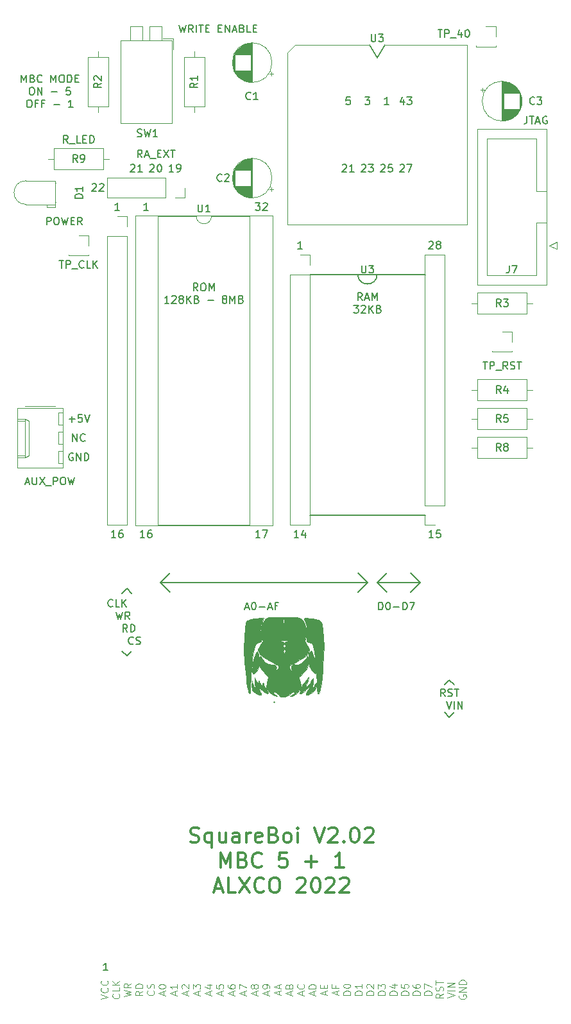
<source format=gbr>
G04 #@! TF.GenerationSoftware,KiCad,Pcbnew,(5.1.7)-1*
G04 #@! TF.CreationDate,2022-08-23T14:15:26-03:00*
G04 #@! TF.ProjectId,Squareboi2,53717561-7265-4626-9f69-322e6b696361,1*
G04 #@! TF.SameCoordinates,Original*
G04 #@! TF.FileFunction,Legend,Top*
G04 #@! TF.FilePolarity,Positive*
%FSLAX46Y46*%
G04 Gerber Fmt 4.6, Leading zero omitted, Abs format (unit mm)*
G04 Created by KiCad (PCBNEW (5.1.7)-1) date 2022-08-23 14:15:26*
%MOMM*%
%LPD*%
G01*
G04 APERTURE LIST*
%ADD10C,0.150000*%
%ADD11C,0.100000*%
%ADD12C,0.300000*%
%ADD13C,0.120000*%
%ADD14C,0.010000*%
G04 APERTURE END LIST*
D10*
X27154285Y-76652380D02*
X27154285Y-75652380D01*
X27725714Y-76652380D01*
X27725714Y-75652380D01*
X28773333Y-76557142D02*
X28725714Y-76604761D01*
X28582857Y-76652380D01*
X28487619Y-76652380D01*
X28344761Y-76604761D01*
X28249523Y-76509523D01*
X28201904Y-76414285D01*
X28154285Y-76223809D01*
X28154285Y-76080952D01*
X28201904Y-75890476D01*
X28249523Y-75795238D01*
X28344761Y-75700000D01*
X28487619Y-75652380D01*
X28582857Y-75652380D01*
X28725714Y-75700000D01*
X28773333Y-75747619D01*
X26511428Y-37282380D02*
X26178095Y-36806190D01*
X25940000Y-37282380D02*
X25940000Y-36282380D01*
X26320952Y-36282380D01*
X26416190Y-36330000D01*
X26463809Y-36377619D01*
X26511428Y-36472857D01*
X26511428Y-36615714D01*
X26463809Y-36710952D01*
X26416190Y-36758571D01*
X26320952Y-36806190D01*
X25940000Y-36806190D01*
X26701904Y-37377619D02*
X27463809Y-37377619D01*
X28178095Y-37282380D02*
X27701904Y-37282380D01*
X27701904Y-36282380D01*
X28511428Y-36758571D02*
X28844761Y-36758571D01*
X28987619Y-37282380D02*
X28511428Y-37282380D01*
X28511428Y-36282380D01*
X28987619Y-36282380D01*
X29416190Y-37282380D02*
X29416190Y-36282380D01*
X29654285Y-36282380D01*
X29797142Y-36330000D01*
X29892380Y-36425238D01*
X29940000Y-36520476D01*
X29987619Y-36710952D01*
X29987619Y-36853809D01*
X29940000Y-37044285D01*
X29892380Y-37139523D01*
X29797142Y-37234761D01*
X29654285Y-37282380D01*
X29416190Y-37282380D01*
X23725476Y-48077380D02*
X23725476Y-47077380D01*
X24106428Y-47077380D01*
X24201666Y-47125000D01*
X24249285Y-47172619D01*
X24296904Y-47267857D01*
X24296904Y-47410714D01*
X24249285Y-47505952D01*
X24201666Y-47553571D01*
X24106428Y-47601190D01*
X23725476Y-47601190D01*
X24915952Y-47077380D02*
X25106428Y-47077380D01*
X25201666Y-47125000D01*
X25296904Y-47220238D01*
X25344523Y-47410714D01*
X25344523Y-47744047D01*
X25296904Y-47934523D01*
X25201666Y-48029761D01*
X25106428Y-48077380D01*
X24915952Y-48077380D01*
X24820714Y-48029761D01*
X24725476Y-47934523D01*
X24677857Y-47744047D01*
X24677857Y-47410714D01*
X24725476Y-47220238D01*
X24820714Y-47125000D01*
X24915952Y-47077380D01*
X25677857Y-47077380D02*
X25915952Y-48077380D01*
X26106428Y-47363095D01*
X26296904Y-48077380D01*
X26535000Y-47077380D01*
X26915952Y-47553571D02*
X27249285Y-47553571D01*
X27392142Y-48077380D02*
X26915952Y-48077380D01*
X26915952Y-47077380D01*
X27392142Y-47077380D01*
X28392142Y-48077380D02*
X28058809Y-47601190D01*
X27820714Y-48077380D02*
X27820714Y-47077380D01*
X28201666Y-47077380D01*
X28296904Y-47125000D01*
X28344523Y-47172619D01*
X28392142Y-47267857D01*
X28392142Y-47410714D01*
X28344523Y-47505952D01*
X28296904Y-47553571D01*
X28201666Y-47601190D01*
X27820714Y-47601190D01*
X20368095Y-29282380D02*
X20368095Y-28282380D01*
X20701428Y-28996666D01*
X21034761Y-28282380D01*
X21034761Y-29282380D01*
X21844285Y-28758571D02*
X21987142Y-28806190D01*
X22034761Y-28853809D01*
X22082380Y-28949047D01*
X22082380Y-29091904D01*
X22034761Y-29187142D01*
X21987142Y-29234761D01*
X21891904Y-29282380D01*
X21510952Y-29282380D01*
X21510952Y-28282380D01*
X21844285Y-28282380D01*
X21939523Y-28330000D01*
X21987142Y-28377619D01*
X22034761Y-28472857D01*
X22034761Y-28568095D01*
X21987142Y-28663333D01*
X21939523Y-28710952D01*
X21844285Y-28758571D01*
X21510952Y-28758571D01*
X23082380Y-29187142D02*
X23034761Y-29234761D01*
X22891904Y-29282380D01*
X22796666Y-29282380D01*
X22653809Y-29234761D01*
X22558571Y-29139523D01*
X22510952Y-29044285D01*
X22463333Y-28853809D01*
X22463333Y-28710952D01*
X22510952Y-28520476D01*
X22558571Y-28425238D01*
X22653809Y-28330000D01*
X22796666Y-28282380D01*
X22891904Y-28282380D01*
X23034761Y-28330000D01*
X23082380Y-28377619D01*
X24272857Y-29282380D02*
X24272857Y-28282380D01*
X24606190Y-28996666D01*
X24939523Y-28282380D01*
X24939523Y-29282380D01*
X25606190Y-28282380D02*
X25796666Y-28282380D01*
X25891904Y-28330000D01*
X25987142Y-28425238D01*
X26034761Y-28615714D01*
X26034761Y-28949047D01*
X25987142Y-29139523D01*
X25891904Y-29234761D01*
X25796666Y-29282380D01*
X25606190Y-29282380D01*
X25510952Y-29234761D01*
X25415714Y-29139523D01*
X25368095Y-28949047D01*
X25368095Y-28615714D01*
X25415714Y-28425238D01*
X25510952Y-28330000D01*
X25606190Y-28282380D01*
X26463333Y-29282380D02*
X26463333Y-28282380D01*
X26701428Y-28282380D01*
X26844285Y-28330000D01*
X26939523Y-28425238D01*
X26987142Y-28520476D01*
X27034761Y-28710952D01*
X27034761Y-28853809D01*
X26987142Y-29044285D01*
X26939523Y-29139523D01*
X26844285Y-29234761D01*
X26701428Y-29282380D01*
X26463333Y-29282380D01*
X27463333Y-28758571D02*
X27796666Y-28758571D01*
X27939523Y-29282380D02*
X27463333Y-29282380D01*
X27463333Y-28282380D01*
X27939523Y-28282380D01*
X21653809Y-29932380D02*
X21844285Y-29932380D01*
X21939523Y-29980000D01*
X22034761Y-30075238D01*
X22082380Y-30265714D01*
X22082380Y-30599047D01*
X22034761Y-30789523D01*
X21939523Y-30884761D01*
X21844285Y-30932380D01*
X21653809Y-30932380D01*
X21558571Y-30884761D01*
X21463333Y-30789523D01*
X21415714Y-30599047D01*
X21415714Y-30265714D01*
X21463333Y-30075238D01*
X21558571Y-29980000D01*
X21653809Y-29932380D01*
X22510952Y-30932380D02*
X22510952Y-29932380D01*
X23082380Y-30932380D01*
X23082380Y-29932380D01*
X24320476Y-30551428D02*
X25082380Y-30551428D01*
X26796666Y-29932380D02*
X26320476Y-29932380D01*
X26272857Y-30408571D01*
X26320476Y-30360952D01*
X26415714Y-30313333D01*
X26653809Y-30313333D01*
X26749047Y-30360952D01*
X26796666Y-30408571D01*
X26844285Y-30503809D01*
X26844285Y-30741904D01*
X26796666Y-30837142D01*
X26749047Y-30884761D01*
X26653809Y-30932380D01*
X26415714Y-30932380D01*
X26320476Y-30884761D01*
X26272857Y-30837142D01*
X21320476Y-31582380D02*
X21510952Y-31582380D01*
X21606190Y-31630000D01*
X21701428Y-31725238D01*
X21749047Y-31915714D01*
X21749047Y-32249047D01*
X21701428Y-32439523D01*
X21606190Y-32534761D01*
X21510952Y-32582380D01*
X21320476Y-32582380D01*
X21225238Y-32534761D01*
X21130000Y-32439523D01*
X21082380Y-32249047D01*
X21082380Y-31915714D01*
X21130000Y-31725238D01*
X21225238Y-31630000D01*
X21320476Y-31582380D01*
X22510952Y-32058571D02*
X22177619Y-32058571D01*
X22177619Y-32582380D02*
X22177619Y-31582380D01*
X22653809Y-31582380D01*
X23368095Y-32058571D02*
X23034761Y-32058571D01*
X23034761Y-32582380D02*
X23034761Y-31582380D01*
X23510952Y-31582380D01*
X24653809Y-32201428D02*
X25415714Y-32201428D01*
X27177619Y-32582380D02*
X26606190Y-32582380D01*
X26891904Y-32582380D02*
X26891904Y-31582380D01*
X26796666Y-31725238D01*
X26701428Y-31820476D01*
X26606190Y-31868095D01*
X41212142Y-21677380D02*
X41450238Y-22677380D01*
X41640714Y-21963095D01*
X41831190Y-22677380D01*
X42069285Y-21677380D01*
X43021666Y-22677380D02*
X42688333Y-22201190D01*
X42450238Y-22677380D02*
X42450238Y-21677380D01*
X42831190Y-21677380D01*
X42926428Y-21725000D01*
X42974047Y-21772619D01*
X43021666Y-21867857D01*
X43021666Y-22010714D01*
X42974047Y-22105952D01*
X42926428Y-22153571D01*
X42831190Y-22201190D01*
X42450238Y-22201190D01*
X43450238Y-22677380D02*
X43450238Y-21677380D01*
X43783571Y-21677380D02*
X44355000Y-21677380D01*
X44069285Y-22677380D02*
X44069285Y-21677380D01*
X44688333Y-22153571D02*
X45021666Y-22153571D01*
X45164523Y-22677380D02*
X44688333Y-22677380D01*
X44688333Y-21677380D01*
X45164523Y-21677380D01*
X46355000Y-22153571D02*
X46688333Y-22153571D01*
X46831190Y-22677380D02*
X46355000Y-22677380D01*
X46355000Y-21677380D01*
X46831190Y-21677380D01*
X47259761Y-22677380D02*
X47259761Y-21677380D01*
X47831190Y-22677380D01*
X47831190Y-21677380D01*
X48259761Y-22391666D02*
X48735952Y-22391666D01*
X48164523Y-22677380D02*
X48497857Y-21677380D01*
X48831190Y-22677380D01*
X49497857Y-22153571D02*
X49640714Y-22201190D01*
X49688333Y-22248809D01*
X49735952Y-22344047D01*
X49735952Y-22486904D01*
X49688333Y-22582142D01*
X49640714Y-22629761D01*
X49545476Y-22677380D01*
X49164523Y-22677380D01*
X49164523Y-21677380D01*
X49497857Y-21677380D01*
X49593095Y-21725000D01*
X49640714Y-21772619D01*
X49688333Y-21867857D01*
X49688333Y-21963095D01*
X49640714Y-22058333D01*
X49593095Y-22105952D01*
X49497857Y-22153571D01*
X49164523Y-22153571D01*
X50640714Y-22677380D02*
X50164523Y-22677380D01*
X50164523Y-21677380D01*
X50974047Y-22153571D02*
X51307380Y-22153571D01*
X51450238Y-22677380D02*
X50974047Y-22677380D01*
X50974047Y-21677380D01*
X51450238Y-21677380D01*
X27178095Y-78240000D02*
X27082857Y-78192380D01*
X26940000Y-78192380D01*
X26797142Y-78240000D01*
X26701904Y-78335238D01*
X26654285Y-78430476D01*
X26606666Y-78620952D01*
X26606666Y-78763809D01*
X26654285Y-78954285D01*
X26701904Y-79049523D01*
X26797142Y-79144761D01*
X26940000Y-79192380D01*
X27035238Y-79192380D01*
X27178095Y-79144761D01*
X27225714Y-79097142D01*
X27225714Y-78763809D01*
X27035238Y-78763809D01*
X27654285Y-79192380D02*
X27654285Y-78192380D01*
X28225714Y-79192380D01*
X28225714Y-78192380D01*
X28701904Y-79192380D02*
X28701904Y-78192380D01*
X28940000Y-78192380D01*
X29082857Y-78240000D01*
X29178095Y-78335238D01*
X29225714Y-78430476D01*
X29273333Y-78620952D01*
X29273333Y-78763809D01*
X29225714Y-78954285D01*
X29178095Y-79049523D01*
X29082857Y-79144761D01*
X28940000Y-79192380D01*
X28701904Y-79192380D01*
X26654285Y-73731428D02*
X27416190Y-73731428D01*
X27035238Y-74112380D02*
X27035238Y-73350476D01*
X28368571Y-73112380D02*
X27892380Y-73112380D01*
X27844761Y-73588571D01*
X27892380Y-73540952D01*
X27987619Y-73493333D01*
X28225714Y-73493333D01*
X28320952Y-73540952D01*
X28368571Y-73588571D01*
X28416190Y-73683809D01*
X28416190Y-73921904D01*
X28368571Y-74017142D01*
X28320952Y-74064761D01*
X28225714Y-74112380D01*
X27987619Y-74112380D01*
X27892380Y-74064761D01*
X27844761Y-74017142D01*
X28701904Y-73112380D02*
X29035238Y-74112380D01*
X29368571Y-73112380D01*
X20915714Y-82081666D02*
X21391904Y-82081666D01*
X20820476Y-82367380D02*
X21153809Y-81367380D01*
X21487142Y-82367380D01*
X21820476Y-81367380D02*
X21820476Y-82176904D01*
X21868095Y-82272142D01*
X21915714Y-82319761D01*
X22010952Y-82367380D01*
X22201428Y-82367380D01*
X22296666Y-82319761D01*
X22344285Y-82272142D01*
X22391904Y-82176904D01*
X22391904Y-81367380D01*
X22772857Y-81367380D02*
X23439523Y-82367380D01*
X23439523Y-81367380D02*
X22772857Y-82367380D01*
X23582380Y-82462619D02*
X24344285Y-82462619D01*
X24582380Y-82367380D02*
X24582380Y-81367380D01*
X24963333Y-81367380D01*
X25058571Y-81415000D01*
X25106190Y-81462619D01*
X25153809Y-81557857D01*
X25153809Y-81700714D01*
X25106190Y-81795952D01*
X25058571Y-81843571D01*
X24963333Y-81891190D01*
X24582380Y-81891190D01*
X25772857Y-81367380D02*
X25963333Y-81367380D01*
X26058571Y-81415000D01*
X26153809Y-81510238D01*
X26201428Y-81700714D01*
X26201428Y-82034047D01*
X26153809Y-82224523D01*
X26058571Y-82319761D01*
X25963333Y-82367380D01*
X25772857Y-82367380D01*
X25677619Y-82319761D01*
X25582380Y-82224523D01*
X25534761Y-82034047D01*
X25534761Y-81700714D01*
X25582380Y-81510238D01*
X25677619Y-81415000D01*
X25772857Y-81367380D01*
X26534761Y-81367380D02*
X26772857Y-82367380D01*
X26963333Y-81653095D01*
X27153809Y-82367380D01*
X27391904Y-81367380D01*
X75350952Y-22312380D02*
X75922380Y-22312380D01*
X75636666Y-23312380D02*
X75636666Y-22312380D01*
X76255714Y-23312380D02*
X76255714Y-22312380D01*
X76636666Y-22312380D01*
X76731904Y-22360000D01*
X76779523Y-22407619D01*
X76827142Y-22502857D01*
X76827142Y-22645714D01*
X76779523Y-22740952D01*
X76731904Y-22788571D01*
X76636666Y-22836190D01*
X76255714Y-22836190D01*
X77017619Y-23407619D02*
X77779523Y-23407619D01*
X78446190Y-22645714D02*
X78446190Y-23312380D01*
X78208095Y-22264761D02*
X77970000Y-22979047D01*
X78589047Y-22979047D01*
X79160476Y-22312380D02*
X79255714Y-22312380D01*
X79350952Y-22360000D01*
X79398571Y-22407619D01*
X79446190Y-22502857D01*
X79493809Y-22693333D01*
X79493809Y-22931428D01*
X79446190Y-23121904D01*
X79398571Y-23217142D01*
X79350952Y-23264761D01*
X79255714Y-23312380D01*
X79160476Y-23312380D01*
X79065238Y-23264761D01*
X79017619Y-23217142D01*
X78970000Y-23121904D01*
X78922380Y-22931428D01*
X78922380Y-22693333D01*
X78970000Y-22502857D01*
X79017619Y-22407619D01*
X79065238Y-22360000D01*
X79160476Y-22312380D01*
X25368571Y-52792380D02*
X25940000Y-52792380D01*
X25654285Y-53792380D02*
X25654285Y-52792380D01*
X26273333Y-53792380D02*
X26273333Y-52792380D01*
X26654285Y-52792380D01*
X26749523Y-52840000D01*
X26797142Y-52887619D01*
X26844761Y-52982857D01*
X26844761Y-53125714D01*
X26797142Y-53220952D01*
X26749523Y-53268571D01*
X26654285Y-53316190D01*
X26273333Y-53316190D01*
X27035238Y-53887619D02*
X27797142Y-53887619D01*
X28606666Y-53697142D02*
X28559047Y-53744761D01*
X28416190Y-53792380D01*
X28320952Y-53792380D01*
X28178095Y-53744761D01*
X28082857Y-53649523D01*
X28035238Y-53554285D01*
X27987619Y-53363809D01*
X27987619Y-53220952D01*
X28035238Y-53030476D01*
X28082857Y-52935238D01*
X28178095Y-52840000D01*
X28320952Y-52792380D01*
X28416190Y-52792380D01*
X28559047Y-52840000D01*
X28606666Y-52887619D01*
X29511428Y-53792380D02*
X29035238Y-53792380D01*
X29035238Y-52792380D01*
X29844761Y-53792380D02*
X29844761Y-52792380D01*
X30416190Y-53792380D02*
X29987619Y-53220952D01*
X30416190Y-52792380D02*
X29844761Y-53363809D01*
X36290476Y-39187380D02*
X35957142Y-38711190D01*
X35719047Y-39187380D02*
X35719047Y-38187380D01*
X36100000Y-38187380D01*
X36195238Y-38235000D01*
X36242857Y-38282619D01*
X36290476Y-38377857D01*
X36290476Y-38520714D01*
X36242857Y-38615952D01*
X36195238Y-38663571D01*
X36100000Y-38711190D01*
X35719047Y-38711190D01*
X36671428Y-38901666D02*
X37147619Y-38901666D01*
X36576190Y-39187380D02*
X36909523Y-38187380D01*
X37242857Y-39187380D01*
X37338095Y-39282619D02*
X38100000Y-39282619D01*
X38338095Y-38663571D02*
X38671428Y-38663571D01*
X38814285Y-39187380D02*
X38338095Y-39187380D01*
X38338095Y-38187380D01*
X38814285Y-38187380D01*
X39147619Y-38187380D02*
X39814285Y-39187380D01*
X39814285Y-38187380D02*
X39147619Y-39187380D01*
X40052380Y-38187380D02*
X40623809Y-38187380D01*
X40338095Y-39187380D02*
X40338095Y-38187380D01*
X29718095Y-42727619D02*
X29765714Y-42680000D01*
X29860952Y-42632380D01*
X30099047Y-42632380D01*
X30194285Y-42680000D01*
X30241904Y-42727619D01*
X30289523Y-42822857D01*
X30289523Y-42918095D01*
X30241904Y-43060952D01*
X29670476Y-43632380D01*
X30289523Y-43632380D01*
X30670476Y-42727619D02*
X30718095Y-42680000D01*
X30813333Y-42632380D01*
X31051428Y-42632380D01*
X31146666Y-42680000D01*
X31194285Y-42727619D01*
X31241904Y-42822857D01*
X31241904Y-42918095D01*
X31194285Y-43060952D01*
X30622857Y-43632380D01*
X31241904Y-43632380D01*
X34798095Y-40187619D02*
X34845714Y-40140000D01*
X34940952Y-40092380D01*
X35179047Y-40092380D01*
X35274285Y-40140000D01*
X35321904Y-40187619D01*
X35369523Y-40282857D01*
X35369523Y-40378095D01*
X35321904Y-40520952D01*
X34750476Y-41092380D01*
X35369523Y-41092380D01*
X36321904Y-41092380D02*
X35750476Y-41092380D01*
X36036190Y-41092380D02*
X36036190Y-40092380D01*
X35940952Y-40235238D01*
X35845714Y-40330476D01*
X35750476Y-40378095D01*
X37338095Y-40187619D02*
X37385714Y-40140000D01*
X37480952Y-40092380D01*
X37719047Y-40092380D01*
X37814285Y-40140000D01*
X37861904Y-40187619D01*
X37909523Y-40282857D01*
X37909523Y-40378095D01*
X37861904Y-40520952D01*
X37290476Y-41092380D01*
X37909523Y-41092380D01*
X38528571Y-40092380D02*
X38623809Y-40092380D01*
X38719047Y-40140000D01*
X38766666Y-40187619D01*
X38814285Y-40282857D01*
X38861904Y-40473333D01*
X38861904Y-40711428D01*
X38814285Y-40901904D01*
X38766666Y-40997142D01*
X38719047Y-41044761D01*
X38623809Y-41092380D01*
X38528571Y-41092380D01*
X38433333Y-41044761D01*
X38385714Y-40997142D01*
X38338095Y-40901904D01*
X38290476Y-40711428D01*
X38290476Y-40473333D01*
X38338095Y-40282857D01*
X38385714Y-40187619D01*
X38433333Y-40140000D01*
X38528571Y-40092380D01*
X40449523Y-41092380D02*
X39878095Y-41092380D01*
X40163809Y-41092380D02*
X40163809Y-40092380D01*
X40068571Y-40235238D01*
X39973333Y-40330476D01*
X39878095Y-40378095D01*
X40925714Y-41092380D02*
X41116190Y-41092380D01*
X41211428Y-41044761D01*
X41259047Y-40997142D01*
X41354285Y-40854285D01*
X41401904Y-40663809D01*
X41401904Y-40282857D01*
X41354285Y-40187619D01*
X41306666Y-40140000D01*
X41211428Y-40092380D01*
X41020952Y-40092380D01*
X40925714Y-40140000D01*
X40878095Y-40187619D01*
X40830476Y-40282857D01*
X40830476Y-40520952D01*
X40878095Y-40616190D01*
X40925714Y-40663809D01*
X41020952Y-40711428D01*
X41211428Y-40711428D01*
X41306666Y-40663809D01*
X41354285Y-40616190D01*
X41401904Y-40520952D01*
X65349523Y-58047380D02*
X65016190Y-57571190D01*
X64778095Y-58047380D02*
X64778095Y-57047380D01*
X65159047Y-57047380D01*
X65254285Y-57095000D01*
X65301904Y-57142619D01*
X65349523Y-57237857D01*
X65349523Y-57380714D01*
X65301904Y-57475952D01*
X65254285Y-57523571D01*
X65159047Y-57571190D01*
X64778095Y-57571190D01*
X65730476Y-57761666D02*
X66206666Y-57761666D01*
X65635238Y-58047380D02*
X65968571Y-57047380D01*
X66301904Y-58047380D01*
X66635238Y-58047380D02*
X66635238Y-57047380D01*
X66968571Y-57761666D01*
X67301904Y-57047380D01*
X67301904Y-58047380D01*
X64230476Y-58697380D02*
X64849523Y-58697380D01*
X64516190Y-59078333D01*
X64659047Y-59078333D01*
X64754285Y-59125952D01*
X64801904Y-59173571D01*
X64849523Y-59268809D01*
X64849523Y-59506904D01*
X64801904Y-59602142D01*
X64754285Y-59649761D01*
X64659047Y-59697380D01*
X64373333Y-59697380D01*
X64278095Y-59649761D01*
X64230476Y-59602142D01*
X65230476Y-58792619D02*
X65278095Y-58745000D01*
X65373333Y-58697380D01*
X65611428Y-58697380D01*
X65706666Y-58745000D01*
X65754285Y-58792619D01*
X65801904Y-58887857D01*
X65801904Y-58983095D01*
X65754285Y-59125952D01*
X65182857Y-59697380D01*
X65801904Y-59697380D01*
X66230476Y-59697380D02*
X66230476Y-58697380D01*
X66801904Y-59697380D02*
X66373333Y-59125952D01*
X66801904Y-58697380D02*
X66230476Y-59268809D01*
X67563809Y-59173571D02*
X67706666Y-59221190D01*
X67754285Y-59268809D01*
X67801904Y-59364047D01*
X67801904Y-59506904D01*
X67754285Y-59602142D01*
X67706666Y-59649761D01*
X67611428Y-59697380D01*
X67230476Y-59697380D01*
X67230476Y-58697380D01*
X67563809Y-58697380D01*
X67659047Y-58745000D01*
X67706666Y-58792619D01*
X67754285Y-58887857D01*
X67754285Y-58983095D01*
X67706666Y-59078333D01*
X67659047Y-59125952D01*
X67563809Y-59173571D01*
X67230476Y-59173571D01*
X43664285Y-56777380D02*
X43330952Y-56301190D01*
X43092857Y-56777380D02*
X43092857Y-55777380D01*
X43473809Y-55777380D01*
X43569047Y-55825000D01*
X43616666Y-55872619D01*
X43664285Y-55967857D01*
X43664285Y-56110714D01*
X43616666Y-56205952D01*
X43569047Y-56253571D01*
X43473809Y-56301190D01*
X43092857Y-56301190D01*
X44283333Y-55777380D02*
X44473809Y-55777380D01*
X44569047Y-55825000D01*
X44664285Y-55920238D01*
X44711904Y-56110714D01*
X44711904Y-56444047D01*
X44664285Y-56634523D01*
X44569047Y-56729761D01*
X44473809Y-56777380D01*
X44283333Y-56777380D01*
X44188095Y-56729761D01*
X44092857Y-56634523D01*
X44045238Y-56444047D01*
X44045238Y-56110714D01*
X44092857Y-55920238D01*
X44188095Y-55825000D01*
X44283333Y-55777380D01*
X45140476Y-56777380D02*
X45140476Y-55777380D01*
X45473809Y-56491666D01*
X45807142Y-55777380D01*
X45807142Y-56777380D01*
X39854761Y-58427380D02*
X39283333Y-58427380D01*
X39569047Y-58427380D02*
X39569047Y-57427380D01*
X39473809Y-57570238D01*
X39378571Y-57665476D01*
X39283333Y-57713095D01*
X40235714Y-57522619D02*
X40283333Y-57475000D01*
X40378571Y-57427380D01*
X40616666Y-57427380D01*
X40711904Y-57475000D01*
X40759523Y-57522619D01*
X40807142Y-57617857D01*
X40807142Y-57713095D01*
X40759523Y-57855952D01*
X40188095Y-58427380D01*
X40807142Y-58427380D01*
X41378571Y-57855952D02*
X41283333Y-57808333D01*
X41235714Y-57760714D01*
X41188095Y-57665476D01*
X41188095Y-57617857D01*
X41235714Y-57522619D01*
X41283333Y-57475000D01*
X41378571Y-57427380D01*
X41569047Y-57427380D01*
X41664285Y-57475000D01*
X41711904Y-57522619D01*
X41759523Y-57617857D01*
X41759523Y-57665476D01*
X41711904Y-57760714D01*
X41664285Y-57808333D01*
X41569047Y-57855952D01*
X41378571Y-57855952D01*
X41283333Y-57903571D01*
X41235714Y-57951190D01*
X41188095Y-58046428D01*
X41188095Y-58236904D01*
X41235714Y-58332142D01*
X41283333Y-58379761D01*
X41378571Y-58427380D01*
X41569047Y-58427380D01*
X41664285Y-58379761D01*
X41711904Y-58332142D01*
X41759523Y-58236904D01*
X41759523Y-58046428D01*
X41711904Y-57951190D01*
X41664285Y-57903571D01*
X41569047Y-57855952D01*
X42188095Y-58427380D02*
X42188095Y-57427380D01*
X42759523Y-58427380D02*
X42330952Y-57855952D01*
X42759523Y-57427380D02*
X42188095Y-57998809D01*
X43521428Y-57903571D02*
X43664285Y-57951190D01*
X43711904Y-57998809D01*
X43759523Y-58094047D01*
X43759523Y-58236904D01*
X43711904Y-58332142D01*
X43664285Y-58379761D01*
X43569047Y-58427380D01*
X43188095Y-58427380D01*
X43188095Y-57427380D01*
X43521428Y-57427380D01*
X43616666Y-57475000D01*
X43664285Y-57522619D01*
X43711904Y-57617857D01*
X43711904Y-57713095D01*
X43664285Y-57808333D01*
X43616666Y-57855952D01*
X43521428Y-57903571D01*
X43188095Y-57903571D01*
X44950000Y-58046428D02*
X45711904Y-58046428D01*
X47092857Y-57855952D02*
X46997619Y-57808333D01*
X46950000Y-57760714D01*
X46902380Y-57665476D01*
X46902380Y-57617857D01*
X46950000Y-57522619D01*
X46997619Y-57475000D01*
X47092857Y-57427380D01*
X47283333Y-57427380D01*
X47378571Y-57475000D01*
X47426190Y-57522619D01*
X47473809Y-57617857D01*
X47473809Y-57665476D01*
X47426190Y-57760714D01*
X47378571Y-57808333D01*
X47283333Y-57855952D01*
X47092857Y-57855952D01*
X46997619Y-57903571D01*
X46950000Y-57951190D01*
X46902380Y-58046428D01*
X46902380Y-58236904D01*
X46950000Y-58332142D01*
X46997619Y-58379761D01*
X47092857Y-58427380D01*
X47283333Y-58427380D01*
X47378571Y-58379761D01*
X47426190Y-58332142D01*
X47473809Y-58236904D01*
X47473809Y-58046428D01*
X47426190Y-57951190D01*
X47378571Y-57903571D01*
X47283333Y-57855952D01*
X47902380Y-58427380D02*
X47902380Y-57427380D01*
X48235714Y-58141666D01*
X48569047Y-57427380D01*
X48569047Y-58427380D01*
X49378571Y-57903571D02*
X49521428Y-57951190D01*
X49569047Y-57998809D01*
X49616666Y-58094047D01*
X49616666Y-58236904D01*
X49569047Y-58332142D01*
X49521428Y-58379761D01*
X49426190Y-58427380D01*
X49045238Y-58427380D01*
X49045238Y-57427380D01*
X49378571Y-57427380D01*
X49473809Y-57475000D01*
X49521428Y-57522619D01*
X49569047Y-57617857D01*
X49569047Y-57713095D01*
X49521428Y-57808333D01*
X49473809Y-57855952D01*
X49378571Y-57903571D01*
X49045238Y-57903571D01*
X87098333Y-33742380D02*
X87098333Y-34456666D01*
X87050714Y-34599523D01*
X86955476Y-34694761D01*
X86812619Y-34742380D01*
X86717380Y-34742380D01*
X87431666Y-33742380D02*
X88003095Y-33742380D01*
X87717380Y-34742380D02*
X87717380Y-33742380D01*
X88288809Y-34456666D02*
X88765000Y-34456666D01*
X88193571Y-34742380D02*
X88526904Y-33742380D01*
X88860238Y-34742380D01*
X89717380Y-33790000D02*
X89622142Y-33742380D01*
X89479285Y-33742380D01*
X89336428Y-33790000D01*
X89241190Y-33885238D01*
X89193571Y-33980476D01*
X89145952Y-34170952D01*
X89145952Y-34313809D01*
X89193571Y-34504285D01*
X89241190Y-34599523D01*
X89336428Y-34694761D01*
X89479285Y-34742380D01*
X89574523Y-34742380D01*
X89717380Y-34694761D01*
X89765000Y-34647142D01*
X89765000Y-34313809D01*
X89574523Y-34313809D01*
X32829523Y-89352380D02*
X32258095Y-89352380D01*
X32543809Y-89352380D02*
X32543809Y-88352380D01*
X32448571Y-88495238D01*
X32353333Y-88590476D01*
X32258095Y-88638095D01*
X33686666Y-88352380D02*
X33496190Y-88352380D01*
X33400952Y-88400000D01*
X33353333Y-88447619D01*
X33258095Y-88590476D01*
X33210476Y-88780952D01*
X33210476Y-89161904D01*
X33258095Y-89257142D01*
X33305714Y-89304761D01*
X33400952Y-89352380D01*
X33591428Y-89352380D01*
X33686666Y-89304761D01*
X33734285Y-89257142D01*
X33781904Y-89161904D01*
X33781904Y-88923809D01*
X33734285Y-88828571D01*
X33686666Y-88780952D01*
X33591428Y-88733333D01*
X33400952Y-88733333D01*
X33305714Y-88780952D01*
X33258095Y-88828571D01*
X33210476Y-88923809D01*
X33305714Y-46172380D02*
X32734285Y-46172380D01*
X33020000Y-46172380D02*
X33020000Y-45172380D01*
X32924761Y-45315238D01*
X32829523Y-45410476D01*
X32734285Y-45458095D01*
X73025000Y-95250000D02*
X71755000Y-96520000D01*
X67310000Y-95250000D02*
X68580000Y-96520000D01*
X66040000Y-95250000D02*
X64770000Y-96520000D01*
X36639523Y-89352380D02*
X36068095Y-89352380D01*
X36353809Y-89352380D02*
X36353809Y-88352380D01*
X36258571Y-88495238D01*
X36163333Y-88590476D01*
X36068095Y-88638095D01*
X37496666Y-88352380D02*
X37306190Y-88352380D01*
X37210952Y-88400000D01*
X37163333Y-88447619D01*
X37068095Y-88590476D01*
X37020476Y-88780952D01*
X37020476Y-89161904D01*
X37068095Y-89257142D01*
X37115714Y-89304761D01*
X37210952Y-89352380D01*
X37401428Y-89352380D01*
X37496666Y-89304761D01*
X37544285Y-89257142D01*
X37591904Y-89161904D01*
X37591904Y-88923809D01*
X37544285Y-88828571D01*
X37496666Y-88780952D01*
X37401428Y-88733333D01*
X37210952Y-88733333D01*
X37115714Y-88780952D01*
X37068095Y-88828571D01*
X37020476Y-88923809D01*
X53700000Y-111000000D02*
X53800000Y-111100000D01*
X31785714Y-146452380D02*
X31214285Y-146452380D01*
X31500000Y-146452380D02*
X31500000Y-145452380D01*
X31404761Y-145595238D01*
X31309523Y-145690476D01*
X31214285Y-145738095D01*
X67310000Y-26035000D02*
X68310000Y-24345000D01*
X66310000Y-24345000D02*
X67310000Y-26035000D01*
D11*
X30842261Y-150266666D02*
X31792261Y-149950000D01*
X30842261Y-149633333D01*
X31701785Y-148773809D02*
X31747023Y-148819047D01*
X31792261Y-148954761D01*
X31792261Y-149045238D01*
X31747023Y-149180952D01*
X31656547Y-149271428D01*
X31566071Y-149316666D01*
X31385119Y-149361904D01*
X31249404Y-149361904D01*
X31068452Y-149316666D01*
X30977976Y-149271428D01*
X30887500Y-149180952D01*
X30842261Y-149045238D01*
X30842261Y-148954761D01*
X30887500Y-148819047D01*
X30932738Y-148773809D01*
X31701785Y-147823809D02*
X31747023Y-147869047D01*
X31792261Y-148004761D01*
X31792261Y-148095238D01*
X31747023Y-148230952D01*
X31656547Y-148321428D01*
X31566071Y-148366666D01*
X31385119Y-148411904D01*
X31249404Y-148411904D01*
X31068452Y-148366666D01*
X30977976Y-148321428D01*
X30887500Y-148230952D01*
X30842261Y-148095238D01*
X30842261Y-148004761D01*
X30887500Y-147869047D01*
X30932738Y-147823809D01*
X33226785Y-149565476D02*
X33272023Y-149610714D01*
X33317261Y-149746428D01*
X33317261Y-149836904D01*
X33272023Y-149972619D01*
X33181547Y-150063095D01*
X33091071Y-150108333D01*
X32910119Y-150153571D01*
X32774404Y-150153571D01*
X32593452Y-150108333D01*
X32502976Y-150063095D01*
X32412500Y-149972619D01*
X32367261Y-149836904D01*
X32367261Y-149746428D01*
X32412500Y-149610714D01*
X32457738Y-149565476D01*
X33317261Y-148705952D02*
X33317261Y-149158333D01*
X32367261Y-149158333D01*
X33317261Y-148389285D02*
X32367261Y-148389285D01*
X33317261Y-147846428D02*
X32774404Y-148253571D01*
X32367261Y-147846428D02*
X32910119Y-148389285D01*
X33892261Y-149882142D02*
X34842261Y-149655952D01*
X34163690Y-149475000D01*
X34842261Y-149294047D01*
X33892261Y-149067857D01*
X34842261Y-148163095D02*
X34389880Y-148479761D01*
X34842261Y-148705952D02*
X33892261Y-148705952D01*
X33892261Y-148344047D01*
X33937500Y-148253571D01*
X33982738Y-148208333D01*
X34073214Y-148163095D01*
X34208928Y-148163095D01*
X34299404Y-148208333D01*
X34344642Y-148253571D01*
X34389880Y-148344047D01*
X34389880Y-148705952D01*
X36367261Y-149180952D02*
X35914880Y-149497619D01*
X36367261Y-149723809D02*
X35417261Y-149723809D01*
X35417261Y-149361904D01*
X35462500Y-149271428D01*
X35507738Y-149226190D01*
X35598214Y-149180952D01*
X35733928Y-149180952D01*
X35824404Y-149226190D01*
X35869642Y-149271428D01*
X35914880Y-149361904D01*
X35914880Y-149723809D01*
X36367261Y-148773809D02*
X35417261Y-148773809D01*
X35417261Y-148547619D01*
X35462500Y-148411904D01*
X35552976Y-148321428D01*
X35643452Y-148276190D01*
X35824404Y-148230952D01*
X35960119Y-148230952D01*
X36141071Y-148276190D01*
X36231547Y-148321428D01*
X36322023Y-148411904D01*
X36367261Y-148547619D01*
X36367261Y-148773809D01*
X37801785Y-149158333D02*
X37847023Y-149203571D01*
X37892261Y-149339285D01*
X37892261Y-149429761D01*
X37847023Y-149565476D01*
X37756547Y-149655952D01*
X37666071Y-149701190D01*
X37485119Y-149746428D01*
X37349404Y-149746428D01*
X37168452Y-149701190D01*
X37077976Y-149655952D01*
X36987500Y-149565476D01*
X36942261Y-149429761D01*
X36942261Y-149339285D01*
X36987500Y-149203571D01*
X37032738Y-149158333D01*
X37847023Y-148796428D02*
X37892261Y-148660714D01*
X37892261Y-148434523D01*
X37847023Y-148344047D01*
X37801785Y-148298809D01*
X37711309Y-148253571D01*
X37620833Y-148253571D01*
X37530357Y-148298809D01*
X37485119Y-148344047D01*
X37439880Y-148434523D01*
X37394642Y-148615476D01*
X37349404Y-148705952D01*
X37304166Y-148751190D01*
X37213690Y-148796428D01*
X37123214Y-148796428D01*
X37032738Y-148751190D01*
X36987500Y-148705952D01*
X36942261Y-148615476D01*
X36942261Y-148389285D01*
X36987500Y-148253571D01*
X39145833Y-149678571D02*
X39145833Y-149226190D01*
X39417261Y-149769047D02*
X38467261Y-149452380D01*
X39417261Y-149135714D01*
X38467261Y-148638095D02*
X38467261Y-148547619D01*
X38512500Y-148457142D01*
X38557738Y-148411904D01*
X38648214Y-148366666D01*
X38829166Y-148321428D01*
X39055357Y-148321428D01*
X39236309Y-148366666D01*
X39326785Y-148411904D01*
X39372023Y-148457142D01*
X39417261Y-148547619D01*
X39417261Y-148638095D01*
X39372023Y-148728571D01*
X39326785Y-148773809D01*
X39236309Y-148819047D01*
X39055357Y-148864285D01*
X38829166Y-148864285D01*
X38648214Y-148819047D01*
X38557738Y-148773809D01*
X38512500Y-148728571D01*
X38467261Y-148638095D01*
X40670833Y-149678571D02*
X40670833Y-149226190D01*
X40942261Y-149769047D02*
X39992261Y-149452380D01*
X40942261Y-149135714D01*
X40942261Y-148321428D02*
X40942261Y-148864285D01*
X40942261Y-148592857D02*
X39992261Y-148592857D01*
X40127976Y-148683333D01*
X40218452Y-148773809D01*
X40263690Y-148864285D01*
X42195833Y-149678571D02*
X42195833Y-149226190D01*
X42467261Y-149769047D02*
X41517261Y-149452380D01*
X42467261Y-149135714D01*
X41607738Y-148864285D02*
X41562500Y-148819047D01*
X41517261Y-148728571D01*
X41517261Y-148502380D01*
X41562500Y-148411904D01*
X41607738Y-148366666D01*
X41698214Y-148321428D01*
X41788690Y-148321428D01*
X41924404Y-148366666D01*
X42467261Y-148909523D01*
X42467261Y-148321428D01*
X43720833Y-149678571D02*
X43720833Y-149226190D01*
X43992261Y-149769047D02*
X43042261Y-149452380D01*
X43992261Y-149135714D01*
X43042261Y-148909523D02*
X43042261Y-148321428D01*
X43404166Y-148638095D01*
X43404166Y-148502380D01*
X43449404Y-148411904D01*
X43494642Y-148366666D01*
X43585119Y-148321428D01*
X43811309Y-148321428D01*
X43901785Y-148366666D01*
X43947023Y-148411904D01*
X43992261Y-148502380D01*
X43992261Y-148773809D01*
X43947023Y-148864285D01*
X43901785Y-148909523D01*
X45245833Y-149678571D02*
X45245833Y-149226190D01*
X45517261Y-149769047D02*
X44567261Y-149452380D01*
X45517261Y-149135714D01*
X44883928Y-148411904D02*
X45517261Y-148411904D01*
X44522023Y-148638095D02*
X45200595Y-148864285D01*
X45200595Y-148276190D01*
X46770833Y-149678571D02*
X46770833Y-149226190D01*
X47042261Y-149769047D02*
X46092261Y-149452380D01*
X47042261Y-149135714D01*
X46092261Y-148366666D02*
X46092261Y-148819047D01*
X46544642Y-148864285D01*
X46499404Y-148819047D01*
X46454166Y-148728571D01*
X46454166Y-148502380D01*
X46499404Y-148411904D01*
X46544642Y-148366666D01*
X46635119Y-148321428D01*
X46861309Y-148321428D01*
X46951785Y-148366666D01*
X46997023Y-148411904D01*
X47042261Y-148502380D01*
X47042261Y-148728571D01*
X46997023Y-148819047D01*
X46951785Y-148864285D01*
X48295833Y-149678571D02*
X48295833Y-149226190D01*
X48567261Y-149769047D02*
X47617261Y-149452380D01*
X48567261Y-149135714D01*
X47617261Y-148411904D02*
X47617261Y-148592857D01*
X47662500Y-148683333D01*
X47707738Y-148728571D01*
X47843452Y-148819047D01*
X48024404Y-148864285D01*
X48386309Y-148864285D01*
X48476785Y-148819047D01*
X48522023Y-148773809D01*
X48567261Y-148683333D01*
X48567261Y-148502380D01*
X48522023Y-148411904D01*
X48476785Y-148366666D01*
X48386309Y-148321428D01*
X48160119Y-148321428D01*
X48069642Y-148366666D01*
X48024404Y-148411904D01*
X47979166Y-148502380D01*
X47979166Y-148683333D01*
X48024404Y-148773809D01*
X48069642Y-148819047D01*
X48160119Y-148864285D01*
X49820833Y-149678571D02*
X49820833Y-149226190D01*
X50092261Y-149769047D02*
X49142261Y-149452380D01*
X50092261Y-149135714D01*
X49142261Y-148909523D02*
X49142261Y-148276190D01*
X50092261Y-148683333D01*
X51345833Y-149678571D02*
X51345833Y-149226190D01*
X51617261Y-149769047D02*
X50667261Y-149452380D01*
X51617261Y-149135714D01*
X51074404Y-148683333D02*
X51029166Y-148773809D01*
X50983928Y-148819047D01*
X50893452Y-148864285D01*
X50848214Y-148864285D01*
X50757738Y-148819047D01*
X50712500Y-148773809D01*
X50667261Y-148683333D01*
X50667261Y-148502380D01*
X50712500Y-148411904D01*
X50757738Y-148366666D01*
X50848214Y-148321428D01*
X50893452Y-148321428D01*
X50983928Y-148366666D01*
X51029166Y-148411904D01*
X51074404Y-148502380D01*
X51074404Y-148683333D01*
X51119642Y-148773809D01*
X51164880Y-148819047D01*
X51255357Y-148864285D01*
X51436309Y-148864285D01*
X51526785Y-148819047D01*
X51572023Y-148773809D01*
X51617261Y-148683333D01*
X51617261Y-148502380D01*
X51572023Y-148411904D01*
X51526785Y-148366666D01*
X51436309Y-148321428D01*
X51255357Y-148321428D01*
X51164880Y-148366666D01*
X51119642Y-148411904D01*
X51074404Y-148502380D01*
X52870833Y-149678571D02*
X52870833Y-149226190D01*
X53142261Y-149769047D02*
X52192261Y-149452380D01*
X53142261Y-149135714D01*
X53142261Y-148773809D02*
X53142261Y-148592857D01*
X53097023Y-148502380D01*
X53051785Y-148457142D01*
X52916071Y-148366666D01*
X52735119Y-148321428D01*
X52373214Y-148321428D01*
X52282738Y-148366666D01*
X52237500Y-148411904D01*
X52192261Y-148502380D01*
X52192261Y-148683333D01*
X52237500Y-148773809D01*
X52282738Y-148819047D01*
X52373214Y-148864285D01*
X52599404Y-148864285D01*
X52689880Y-148819047D01*
X52735119Y-148773809D01*
X52780357Y-148683333D01*
X52780357Y-148502380D01*
X52735119Y-148411904D01*
X52689880Y-148366666D01*
X52599404Y-148321428D01*
X54395833Y-149633333D02*
X54395833Y-149180952D01*
X54667261Y-149723809D02*
X53717261Y-149407142D01*
X54667261Y-149090476D01*
X54395833Y-148819047D02*
X54395833Y-148366666D01*
X54667261Y-148909523D02*
X53717261Y-148592857D01*
X54667261Y-148276190D01*
X55920833Y-149701190D02*
X55920833Y-149248809D01*
X56192261Y-149791666D02*
X55242261Y-149475000D01*
X56192261Y-149158333D01*
X55694642Y-148525000D02*
X55739880Y-148389285D01*
X55785119Y-148344047D01*
X55875595Y-148298809D01*
X56011309Y-148298809D01*
X56101785Y-148344047D01*
X56147023Y-148389285D01*
X56192261Y-148479761D01*
X56192261Y-148841666D01*
X55242261Y-148841666D01*
X55242261Y-148525000D01*
X55287500Y-148434523D01*
X55332738Y-148389285D01*
X55423214Y-148344047D01*
X55513690Y-148344047D01*
X55604166Y-148389285D01*
X55649404Y-148434523D01*
X55694642Y-148525000D01*
X55694642Y-148841666D01*
X57445833Y-149701190D02*
X57445833Y-149248809D01*
X57717261Y-149791666D02*
X56767261Y-149475000D01*
X57717261Y-149158333D01*
X57626785Y-148298809D02*
X57672023Y-148344047D01*
X57717261Y-148479761D01*
X57717261Y-148570238D01*
X57672023Y-148705952D01*
X57581547Y-148796428D01*
X57491071Y-148841666D01*
X57310119Y-148886904D01*
X57174404Y-148886904D01*
X56993452Y-148841666D01*
X56902976Y-148796428D01*
X56812500Y-148705952D01*
X56767261Y-148570238D01*
X56767261Y-148479761D01*
X56812500Y-148344047D01*
X56857738Y-148298809D01*
X58970833Y-149701190D02*
X58970833Y-149248809D01*
X59242261Y-149791666D02*
X58292261Y-149475000D01*
X59242261Y-149158333D01*
X59242261Y-148841666D02*
X58292261Y-148841666D01*
X58292261Y-148615476D01*
X58337500Y-148479761D01*
X58427976Y-148389285D01*
X58518452Y-148344047D01*
X58699404Y-148298809D01*
X58835119Y-148298809D01*
X59016071Y-148344047D01*
X59106547Y-148389285D01*
X59197023Y-148479761D01*
X59242261Y-148615476D01*
X59242261Y-148841666D01*
X60495833Y-149655952D02*
X60495833Y-149203571D01*
X60767261Y-149746428D02*
X59817261Y-149429761D01*
X60767261Y-149113095D01*
X60269642Y-148796428D02*
X60269642Y-148479761D01*
X60767261Y-148344047D02*
X60767261Y-148796428D01*
X59817261Y-148796428D01*
X59817261Y-148344047D01*
X62020833Y-149633333D02*
X62020833Y-149180952D01*
X62292261Y-149723809D02*
X61342261Y-149407142D01*
X62292261Y-149090476D01*
X61794642Y-148457142D02*
X61794642Y-148773809D01*
X62292261Y-148773809D02*
X61342261Y-148773809D01*
X61342261Y-148321428D01*
X63817261Y-149701190D02*
X62867261Y-149701190D01*
X62867261Y-149475000D01*
X62912500Y-149339285D01*
X63002976Y-149248809D01*
X63093452Y-149203571D01*
X63274404Y-149158333D01*
X63410119Y-149158333D01*
X63591071Y-149203571D01*
X63681547Y-149248809D01*
X63772023Y-149339285D01*
X63817261Y-149475000D01*
X63817261Y-149701190D01*
X62867261Y-148570238D02*
X62867261Y-148479761D01*
X62912500Y-148389285D01*
X62957738Y-148344047D01*
X63048214Y-148298809D01*
X63229166Y-148253571D01*
X63455357Y-148253571D01*
X63636309Y-148298809D01*
X63726785Y-148344047D01*
X63772023Y-148389285D01*
X63817261Y-148479761D01*
X63817261Y-148570238D01*
X63772023Y-148660714D01*
X63726785Y-148705952D01*
X63636309Y-148751190D01*
X63455357Y-148796428D01*
X63229166Y-148796428D01*
X63048214Y-148751190D01*
X62957738Y-148705952D01*
X62912500Y-148660714D01*
X62867261Y-148570238D01*
X65342261Y-149701190D02*
X64392261Y-149701190D01*
X64392261Y-149475000D01*
X64437500Y-149339285D01*
X64527976Y-149248809D01*
X64618452Y-149203571D01*
X64799404Y-149158333D01*
X64935119Y-149158333D01*
X65116071Y-149203571D01*
X65206547Y-149248809D01*
X65297023Y-149339285D01*
X65342261Y-149475000D01*
X65342261Y-149701190D01*
X65342261Y-148253571D02*
X65342261Y-148796428D01*
X65342261Y-148525000D02*
X64392261Y-148525000D01*
X64527976Y-148615476D01*
X64618452Y-148705952D01*
X64663690Y-148796428D01*
X66867261Y-149701190D02*
X65917261Y-149701190D01*
X65917261Y-149475000D01*
X65962500Y-149339285D01*
X66052976Y-149248809D01*
X66143452Y-149203571D01*
X66324404Y-149158333D01*
X66460119Y-149158333D01*
X66641071Y-149203571D01*
X66731547Y-149248809D01*
X66822023Y-149339285D01*
X66867261Y-149475000D01*
X66867261Y-149701190D01*
X66007738Y-148796428D02*
X65962500Y-148751190D01*
X65917261Y-148660714D01*
X65917261Y-148434523D01*
X65962500Y-148344047D01*
X66007738Y-148298809D01*
X66098214Y-148253571D01*
X66188690Y-148253571D01*
X66324404Y-148298809D01*
X66867261Y-148841666D01*
X66867261Y-148253571D01*
X68392261Y-149701190D02*
X67442261Y-149701190D01*
X67442261Y-149475000D01*
X67487500Y-149339285D01*
X67577976Y-149248809D01*
X67668452Y-149203571D01*
X67849404Y-149158333D01*
X67985119Y-149158333D01*
X68166071Y-149203571D01*
X68256547Y-149248809D01*
X68347023Y-149339285D01*
X68392261Y-149475000D01*
X68392261Y-149701190D01*
X67442261Y-148841666D02*
X67442261Y-148253571D01*
X67804166Y-148570238D01*
X67804166Y-148434523D01*
X67849404Y-148344047D01*
X67894642Y-148298809D01*
X67985119Y-148253571D01*
X68211309Y-148253571D01*
X68301785Y-148298809D01*
X68347023Y-148344047D01*
X68392261Y-148434523D01*
X68392261Y-148705952D01*
X68347023Y-148796428D01*
X68301785Y-148841666D01*
X69917261Y-149701190D02*
X68967261Y-149701190D01*
X68967261Y-149475000D01*
X69012500Y-149339285D01*
X69102976Y-149248809D01*
X69193452Y-149203571D01*
X69374404Y-149158333D01*
X69510119Y-149158333D01*
X69691071Y-149203571D01*
X69781547Y-149248809D01*
X69872023Y-149339285D01*
X69917261Y-149475000D01*
X69917261Y-149701190D01*
X69283928Y-148344047D02*
X69917261Y-148344047D01*
X68922023Y-148570238D02*
X69600595Y-148796428D01*
X69600595Y-148208333D01*
X71442261Y-149701190D02*
X70492261Y-149701190D01*
X70492261Y-149475000D01*
X70537500Y-149339285D01*
X70627976Y-149248809D01*
X70718452Y-149203571D01*
X70899404Y-149158333D01*
X71035119Y-149158333D01*
X71216071Y-149203571D01*
X71306547Y-149248809D01*
X71397023Y-149339285D01*
X71442261Y-149475000D01*
X71442261Y-149701190D01*
X70492261Y-148298809D02*
X70492261Y-148751190D01*
X70944642Y-148796428D01*
X70899404Y-148751190D01*
X70854166Y-148660714D01*
X70854166Y-148434523D01*
X70899404Y-148344047D01*
X70944642Y-148298809D01*
X71035119Y-148253571D01*
X71261309Y-148253571D01*
X71351785Y-148298809D01*
X71397023Y-148344047D01*
X71442261Y-148434523D01*
X71442261Y-148660714D01*
X71397023Y-148751190D01*
X71351785Y-148796428D01*
X72967261Y-149701190D02*
X72017261Y-149701190D01*
X72017261Y-149475000D01*
X72062500Y-149339285D01*
X72152976Y-149248809D01*
X72243452Y-149203571D01*
X72424404Y-149158333D01*
X72560119Y-149158333D01*
X72741071Y-149203571D01*
X72831547Y-149248809D01*
X72922023Y-149339285D01*
X72967261Y-149475000D01*
X72967261Y-149701190D01*
X72017261Y-148344047D02*
X72017261Y-148525000D01*
X72062500Y-148615476D01*
X72107738Y-148660714D01*
X72243452Y-148751190D01*
X72424404Y-148796428D01*
X72786309Y-148796428D01*
X72876785Y-148751190D01*
X72922023Y-148705952D01*
X72967261Y-148615476D01*
X72967261Y-148434523D01*
X72922023Y-148344047D01*
X72876785Y-148298809D01*
X72786309Y-148253571D01*
X72560119Y-148253571D01*
X72469642Y-148298809D01*
X72424404Y-148344047D01*
X72379166Y-148434523D01*
X72379166Y-148615476D01*
X72424404Y-148705952D01*
X72469642Y-148751190D01*
X72560119Y-148796428D01*
X74492261Y-149701190D02*
X73542261Y-149701190D01*
X73542261Y-149475000D01*
X73587500Y-149339285D01*
X73677976Y-149248809D01*
X73768452Y-149203571D01*
X73949404Y-149158333D01*
X74085119Y-149158333D01*
X74266071Y-149203571D01*
X74356547Y-149248809D01*
X74447023Y-149339285D01*
X74492261Y-149475000D01*
X74492261Y-149701190D01*
X73542261Y-148841666D02*
X73542261Y-148208333D01*
X74492261Y-148615476D01*
X76017261Y-149520238D02*
X75564880Y-149836904D01*
X76017261Y-150063095D02*
X75067261Y-150063095D01*
X75067261Y-149701190D01*
X75112500Y-149610714D01*
X75157738Y-149565476D01*
X75248214Y-149520238D01*
X75383928Y-149520238D01*
X75474404Y-149565476D01*
X75519642Y-149610714D01*
X75564880Y-149701190D01*
X75564880Y-150063095D01*
X75972023Y-149158333D02*
X76017261Y-149022619D01*
X76017261Y-148796428D01*
X75972023Y-148705952D01*
X75926785Y-148660714D01*
X75836309Y-148615476D01*
X75745833Y-148615476D01*
X75655357Y-148660714D01*
X75610119Y-148705952D01*
X75564880Y-148796428D01*
X75519642Y-148977380D01*
X75474404Y-149067857D01*
X75429166Y-149113095D01*
X75338690Y-149158333D01*
X75248214Y-149158333D01*
X75157738Y-149113095D01*
X75112500Y-149067857D01*
X75067261Y-148977380D01*
X75067261Y-148751190D01*
X75112500Y-148615476D01*
X75067261Y-148344047D02*
X75067261Y-147801190D01*
X76017261Y-148072619D02*
X75067261Y-148072619D01*
X76592261Y-150040476D02*
X77542261Y-149723809D01*
X76592261Y-149407142D01*
X77542261Y-149090476D02*
X76592261Y-149090476D01*
X77542261Y-148638095D02*
X76592261Y-148638095D01*
X77542261Y-148095238D01*
X76592261Y-148095238D01*
X78162500Y-149723809D02*
X78117261Y-149814285D01*
X78117261Y-149950000D01*
X78162500Y-150085714D01*
X78252976Y-150176190D01*
X78343452Y-150221428D01*
X78524404Y-150266666D01*
X78660119Y-150266666D01*
X78841071Y-150221428D01*
X78931547Y-150176190D01*
X79022023Y-150085714D01*
X79067261Y-149950000D01*
X79067261Y-149859523D01*
X79022023Y-149723809D01*
X78976785Y-149678571D01*
X78660119Y-149678571D01*
X78660119Y-149859523D01*
X79067261Y-149271428D02*
X78117261Y-149271428D01*
X79067261Y-148728571D01*
X78117261Y-148728571D01*
X79067261Y-148276190D02*
X78117261Y-148276190D01*
X78117261Y-148050000D01*
X78162500Y-147914285D01*
X78252976Y-147823809D01*
X78343452Y-147778571D01*
X78524404Y-147733333D01*
X78660119Y-147733333D01*
X78841071Y-147778571D01*
X78931547Y-147823809D01*
X79022023Y-147914285D01*
X79067261Y-148050000D01*
X79067261Y-148276190D01*
D10*
X70358095Y-40187619D02*
X70405714Y-40140000D01*
X70500952Y-40092380D01*
X70739047Y-40092380D01*
X70834285Y-40140000D01*
X70881904Y-40187619D01*
X70929523Y-40282857D01*
X70929523Y-40378095D01*
X70881904Y-40520952D01*
X70310476Y-41092380D01*
X70929523Y-41092380D01*
X71262857Y-40092380D02*
X71929523Y-40092380D01*
X71500952Y-41092380D01*
X67818095Y-40187619D02*
X67865714Y-40140000D01*
X67960952Y-40092380D01*
X68199047Y-40092380D01*
X68294285Y-40140000D01*
X68341904Y-40187619D01*
X68389523Y-40282857D01*
X68389523Y-40378095D01*
X68341904Y-40520952D01*
X67770476Y-41092380D01*
X68389523Y-41092380D01*
X69294285Y-40092380D02*
X68818095Y-40092380D01*
X68770476Y-40568571D01*
X68818095Y-40520952D01*
X68913333Y-40473333D01*
X69151428Y-40473333D01*
X69246666Y-40520952D01*
X69294285Y-40568571D01*
X69341904Y-40663809D01*
X69341904Y-40901904D01*
X69294285Y-40997142D01*
X69246666Y-41044761D01*
X69151428Y-41092380D01*
X68913333Y-41092380D01*
X68818095Y-41044761D01*
X68770476Y-40997142D01*
X65278095Y-40187619D02*
X65325714Y-40140000D01*
X65420952Y-40092380D01*
X65659047Y-40092380D01*
X65754285Y-40140000D01*
X65801904Y-40187619D01*
X65849523Y-40282857D01*
X65849523Y-40378095D01*
X65801904Y-40520952D01*
X65230476Y-41092380D01*
X65849523Y-41092380D01*
X66182857Y-40092380D02*
X66801904Y-40092380D01*
X66468571Y-40473333D01*
X66611428Y-40473333D01*
X66706666Y-40520952D01*
X66754285Y-40568571D01*
X66801904Y-40663809D01*
X66801904Y-40901904D01*
X66754285Y-40997142D01*
X66706666Y-41044761D01*
X66611428Y-41092380D01*
X66325714Y-41092380D01*
X66230476Y-41044761D01*
X66182857Y-40997142D01*
X62738095Y-40187619D02*
X62785714Y-40140000D01*
X62880952Y-40092380D01*
X63119047Y-40092380D01*
X63214285Y-40140000D01*
X63261904Y-40187619D01*
X63309523Y-40282857D01*
X63309523Y-40378095D01*
X63261904Y-40520952D01*
X62690476Y-41092380D01*
X63309523Y-41092380D01*
X64261904Y-41092380D02*
X63690476Y-41092380D01*
X63976190Y-41092380D02*
X63976190Y-40092380D01*
X63880952Y-40235238D01*
X63785714Y-40330476D01*
X63690476Y-40378095D01*
X70834285Y-31535714D02*
X70834285Y-32202380D01*
X70596190Y-31154761D02*
X70358095Y-31869047D01*
X70977142Y-31869047D01*
X71262857Y-31202380D02*
X71881904Y-31202380D01*
X71548571Y-31583333D01*
X71691428Y-31583333D01*
X71786666Y-31630952D01*
X71834285Y-31678571D01*
X71881904Y-31773809D01*
X71881904Y-32011904D01*
X71834285Y-32107142D01*
X71786666Y-32154761D01*
X71691428Y-32202380D01*
X71405714Y-32202380D01*
X71310476Y-32154761D01*
X71262857Y-32107142D01*
X63738095Y-31202380D02*
X63261904Y-31202380D01*
X63214285Y-31678571D01*
X63261904Y-31630952D01*
X63357142Y-31583333D01*
X63595238Y-31583333D01*
X63690476Y-31630952D01*
X63738095Y-31678571D01*
X63785714Y-31773809D01*
X63785714Y-32011904D01*
X63738095Y-32107142D01*
X63690476Y-32154761D01*
X63595238Y-32202380D01*
X63357142Y-32202380D01*
X63261904Y-32154761D01*
X63214285Y-32107142D01*
X65706666Y-31202380D02*
X66325714Y-31202380D01*
X65992380Y-31583333D01*
X66135238Y-31583333D01*
X66230476Y-31630952D01*
X66278095Y-31678571D01*
X66325714Y-31773809D01*
X66325714Y-32011904D01*
X66278095Y-32107142D01*
X66230476Y-32154761D01*
X66135238Y-32202380D01*
X65849523Y-32202380D01*
X65754285Y-32154761D01*
X65706666Y-32107142D01*
X34290000Y-104965000D02*
X33655000Y-104330000D01*
X34290000Y-104965000D02*
X34925000Y-104330000D01*
X34290000Y-96075000D02*
X34925000Y-96710000D01*
X34290000Y-96075000D02*
X33655000Y-96710000D01*
X32424761Y-98402142D02*
X32377142Y-98449761D01*
X32234285Y-98497380D01*
X32139047Y-98497380D01*
X31996190Y-98449761D01*
X31900952Y-98354523D01*
X31853333Y-98259285D01*
X31805714Y-98068809D01*
X31805714Y-97925952D01*
X31853333Y-97735476D01*
X31900952Y-97640238D01*
X31996190Y-97545000D01*
X32139047Y-97497380D01*
X32234285Y-97497380D01*
X32377142Y-97545000D01*
X32424761Y-97592619D01*
X33329523Y-98497380D02*
X32853333Y-98497380D01*
X32853333Y-97497380D01*
X33662857Y-98497380D02*
X33662857Y-97497380D01*
X34234285Y-98497380D02*
X33805714Y-97925952D01*
X34234285Y-97497380D02*
X33662857Y-98068809D01*
X32853333Y-99147380D02*
X33091428Y-100147380D01*
X33281904Y-99433095D01*
X33472380Y-100147380D01*
X33710476Y-99147380D01*
X34662857Y-100147380D02*
X34329523Y-99671190D01*
X34091428Y-100147380D02*
X34091428Y-99147380D01*
X34472380Y-99147380D01*
X34567619Y-99195000D01*
X34615238Y-99242619D01*
X34662857Y-99337857D01*
X34662857Y-99480714D01*
X34615238Y-99575952D01*
X34567619Y-99623571D01*
X34472380Y-99671190D01*
X34091428Y-99671190D01*
X34353333Y-101797380D02*
X34020000Y-101321190D01*
X33781904Y-101797380D02*
X33781904Y-100797380D01*
X34162857Y-100797380D01*
X34258095Y-100845000D01*
X34305714Y-100892619D01*
X34353333Y-100987857D01*
X34353333Y-101130714D01*
X34305714Y-101225952D01*
X34258095Y-101273571D01*
X34162857Y-101321190D01*
X33781904Y-101321190D01*
X34781904Y-101797380D02*
X34781904Y-100797380D01*
X35020000Y-100797380D01*
X35162857Y-100845000D01*
X35258095Y-100940238D01*
X35305714Y-101035476D01*
X35353333Y-101225952D01*
X35353333Y-101368809D01*
X35305714Y-101559285D01*
X35258095Y-101654523D01*
X35162857Y-101749761D01*
X35020000Y-101797380D01*
X34781904Y-101797380D01*
X35139047Y-103352142D02*
X35091428Y-103399761D01*
X34948571Y-103447380D01*
X34853333Y-103447380D01*
X34710476Y-103399761D01*
X34615238Y-103304523D01*
X34567619Y-103209285D01*
X34520000Y-103018809D01*
X34520000Y-102875952D01*
X34567619Y-102685476D01*
X34615238Y-102590238D01*
X34710476Y-102495000D01*
X34853333Y-102447380D01*
X34948571Y-102447380D01*
X35091428Y-102495000D01*
X35139047Y-102542619D01*
X35520000Y-103399761D02*
X35662857Y-103447380D01*
X35900952Y-103447380D01*
X35996190Y-103399761D01*
X36043809Y-103352142D01*
X36091428Y-103256904D01*
X36091428Y-103161666D01*
X36043809Y-103066428D01*
X35996190Y-103018809D01*
X35900952Y-102971190D01*
X35710476Y-102923571D01*
X35615238Y-102875952D01*
X35567619Y-102828333D01*
X35520000Y-102733095D01*
X35520000Y-102637857D01*
X35567619Y-102542619D01*
X35615238Y-102495000D01*
X35710476Y-102447380D01*
X35948571Y-102447380D01*
X36091428Y-102495000D01*
X76835000Y-113030000D02*
X76200000Y-112395000D01*
X77470000Y-112395000D02*
X76835000Y-113030000D01*
X76835000Y-108140000D02*
X76200000Y-108775000D01*
X76835000Y-108140000D02*
X77470000Y-108775000D01*
X76287380Y-110307380D02*
X75954047Y-109831190D01*
X75715952Y-110307380D02*
X75715952Y-109307380D01*
X76096904Y-109307380D01*
X76192142Y-109355000D01*
X76239761Y-109402619D01*
X76287380Y-109497857D01*
X76287380Y-109640714D01*
X76239761Y-109735952D01*
X76192142Y-109783571D01*
X76096904Y-109831190D01*
X75715952Y-109831190D01*
X76668333Y-110259761D02*
X76811190Y-110307380D01*
X77049285Y-110307380D01*
X77144523Y-110259761D01*
X77192142Y-110212142D01*
X77239761Y-110116904D01*
X77239761Y-110021666D01*
X77192142Y-109926428D01*
X77144523Y-109878809D01*
X77049285Y-109831190D01*
X76858809Y-109783571D01*
X76763571Y-109735952D01*
X76715952Y-109688333D01*
X76668333Y-109593095D01*
X76668333Y-109497857D01*
X76715952Y-109402619D01*
X76763571Y-109355000D01*
X76858809Y-109307380D01*
X77096904Y-109307380D01*
X77239761Y-109355000D01*
X77525476Y-109307380D02*
X78096904Y-109307380D01*
X77811190Y-110307380D02*
X77811190Y-109307380D01*
X76501666Y-110957380D02*
X76835000Y-111957380D01*
X77168333Y-110957380D01*
X77501666Y-111957380D02*
X77501666Y-110957380D01*
X77977857Y-111957380D02*
X77977857Y-110957380D01*
X78549285Y-111957380D01*
X78549285Y-110957380D01*
X68865714Y-32202380D02*
X68294285Y-32202380D01*
X68580000Y-32202380D02*
X68580000Y-31202380D01*
X68484761Y-31345238D01*
X68389523Y-31440476D01*
X68294285Y-31488095D01*
X65278095Y-53427380D02*
X65278095Y-54236904D01*
X65325714Y-54332142D01*
X65373333Y-54379761D01*
X65468571Y-54427380D01*
X65659047Y-54427380D01*
X65754285Y-54379761D01*
X65801904Y-54332142D01*
X65849523Y-54236904D01*
X65849523Y-53427380D01*
X66230476Y-53427380D02*
X66849523Y-53427380D01*
X66516190Y-53808333D01*
X66659047Y-53808333D01*
X66754285Y-53855952D01*
X66801904Y-53903571D01*
X66849523Y-53998809D01*
X66849523Y-54236904D01*
X66801904Y-54332142D01*
X66754285Y-54379761D01*
X66659047Y-54427380D01*
X66373333Y-54427380D01*
X66278095Y-54379761D01*
X66230476Y-54332142D01*
X67310000Y-54610000D02*
G75*
G02*
X64770000Y-54610000I-1270000J0D01*
G01*
X73660000Y-86360000D02*
X58420000Y-86360000D01*
X58480000Y-54610000D02*
X73660000Y-54610000D01*
X51260476Y-45172380D02*
X51879523Y-45172380D01*
X51546190Y-45553333D01*
X51689047Y-45553333D01*
X51784285Y-45600952D01*
X51831904Y-45648571D01*
X51879523Y-45743809D01*
X51879523Y-45981904D01*
X51831904Y-46077142D01*
X51784285Y-46124761D01*
X51689047Y-46172380D01*
X51403333Y-46172380D01*
X51308095Y-46124761D01*
X51260476Y-46077142D01*
X52260476Y-45267619D02*
X52308095Y-45220000D01*
X52403333Y-45172380D01*
X52641428Y-45172380D01*
X52736666Y-45220000D01*
X52784285Y-45267619D01*
X52831904Y-45362857D01*
X52831904Y-45458095D01*
X52784285Y-45600952D01*
X52212857Y-46172380D01*
X52831904Y-46172380D01*
X57435714Y-51252380D02*
X56864285Y-51252380D01*
X57150000Y-51252380D02*
X57150000Y-50252380D01*
X57054761Y-50395238D01*
X56959523Y-50490476D01*
X56864285Y-50538095D01*
X74168095Y-50347619D02*
X74215714Y-50300000D01*
X74310952Y-50252380D01*
X74549047Y-50252380D01*
X74644285Y-50300000D01*
X74691904Y-50347619D01*
X74739523Y-50442857D01*
X74739523Y-50538095D01*
X74691904Y-50680952D01*
X74120476Y-51252380D01*
X74739523Y-51252380D01*
X75310952Y-50680952D02*
X75215714Y-50633333D01*
X75168095Y-50585714D01*
X75120476Y-50490476D01*
X75120476Y-50442857D01*
X75168095Y-50347619D01*
X75215714Y-50300000D01*
X75310952Y-50252380D01*
X75501428Y-50252380D01*
X75596666Y-50300000D01*
X75644285Y-50347619D01*
X75691904Y-50442857D01*
X75691904Y-50490476D01*
X75644285Y-50585714D01*
X75596666Y-50633333D01*
X75501428Y-50680952D01*
X75310952Y-50680952D01*
X75215714Y-50728571D01*
X75168095Y-50776190D01*
X75120476Y-50871428D01*
X75120476Y-51061904D01*
X75168095Y-51157142D01*
X75215714Y-51204761D01*
X75310952Y-51252380D01*
X75501428Y-51252380D01*
X75596666Y-51204761D01*
X75644285Y-51157142D01*
X75691904Y-51061904D01*
X75691904Y-50871428D01*
X75644285Y-50776190D01*
X75596666Y-50728571D01*
X75501428Y-50680952D01*
X74739523Y-89352380D02*
X74168095Y-89352380D01*
X74453809Y-89352380D02*
X74453809Y-88352380D01*
X74358571Y-88495238D01*
X74263333Y-88590476D01*
X74168095Y-88638095D01*
X75644285Y-88352380D02*
X75168095Y-88352380D01*
X75120476Y-88828571D01*
X75168095Y-88780952D01*
X75263333Y-88733333D01*
X75501428Y-88733333D01*
X75596666Y-88780952D01*
X75644285Y-88828571D01*
X75691904Y-88923809D01*
X75691904Y-89161904D01*
X75644285Y-89257142D01*
X75596666Y-89304761D01*
X75501428Y-89352380D01*
X75263333Y-89352380D01*
X75168095Y-89304761D01*
X75120476Y-89257142D01*
X56959523Y-89352380D02*
X56388095Y-89352380D01*
X56673809Y-89352380D02*
X56673809Y-88352380D01*
X56578571Y-88495238D01*
X56483333Y-88590476D01*
X56388095Y-88638095D01*
X57816666Y-88685714D02*
X57816666Y-89352380D01*
X57578571Y-88304761D02*
X57340476Y-89019047D01*
X57959523Y-89019047D01*
X51879523Y-89352380D02*
X51308095Y-89352380D01*
X51593809Y-89352380D02*
X51593809Y-88352380D01*
X51498571Y-88495238D01*
X51403333Y-88590476D01*
X51308095Y-88638095D01*
X52212857Y-88352380D02*
X52879523Y-88352380D01*
X52450952Y-89352380D01*
X37115714Y-46172380D02*
X36544285Y-46172380D01*
X36830000Y-46172380D02*
X36830000Y-45172380D01*
X36734761Y-45315238D01*
X36639523Y-45410476D01*
X36544285Y-45458095D01*
X67516666Y-98877380D02*
X67516666Y-97877380D01*
X67754761Y-97877380D01*
X67897619Y-97925000D01*
X67992857Y-98020238D01*
X68040476Y-98115476D01*
X68088095Y-98305952D01*
X68088095Y-98448809D01*
X68040476Y-98639285D01*
X67992857Y-98734523D01*
X67897619Y-98829761D01*
X67754761Y-98877380D01*
X67516666Y-98877380D01*
X68707142Y-97877380D02*
X68802380Y-97877380D01*
X68897619Y-97925000D01*
X68945238Y-97972619D01*
X68992857Y-98067857D01*
X69040476Y-98258333D01*
X69040476Y-98496428D01*
X68992857Y-98686904D01*
X68945238Y-98782142D01*
X68897619Y-98829761D01*
X68802380Y-98877380D01*
X68707142Y-98877380D01*
X68611904Y-98829761D01*
X68564285Y-98782142D01*
X68516666Y-98686904D01*
X68469047Y-98496428D01*
X68469047Y-98258333D01*
X68516666Y-98067857D01*
X68564285Y-97972619D01*
X68611904Y-97925000D01*
X68707142Y-97877380D01*
X69469047Y-98496428D02*
X70230952Y-98496428D01*
X70707142Y-98877380D02*
X70707142Y-97877380D01*
X70945238Y-97877380D01*
X71088095Y-97925000D01*
X71183333Y-98020238D01*
X71230952Y-98115476D01*
X71278571Y-98305952D01*
X71278571Y-98448809D01*
X71230952Y-98639285D01*
X71183333Y-98734523D01*
X71088095Y-98829761D01*
X70945238Y-98877380D01*
X70707142Y-98877380D01*
X71611904Y-97877380D02*
X72278571Y-97877380D01*
X71850000Y-98877380D01*
X49879523Y-98591666D02*
X50355714Y-98591666D01*
X49784285Y-98877380D02*
X50117619Y-97877380D01*
X50450952Y-98877380D01*
X50974761Y-97877380D02*
X51070000Y-97877380D01*
X51165238Y-97925000D01*
X51212857Y-97972619D01*
X51260476Y-98067857D01*
X51308095Y-98258333D01*
X51308095Y-98496428D01*
X51260476Y-98686904D01*
X51212857Y-98782142D01*
X51165238Y-98829761D01*
X51070000Y-98877380D01*
X50974761Y-98877380D01*
X50879523Y-98829761D01*
X50831904Y-98782142D01*
X50784285Y-98686904D01*
X50736666Y-98496428D01*
X50736666Y-98258333D01*
X50784285Y-98067857D01*
X50831904Y-97972619D01*
X50879523Y-97925000D01*
X50974761Y-97877380D01*
X51736666Y-98496428D02*
X52498571Y-98496428D01*
X52927142Y-98591666D02*
X53403333Y-98591666D01*
X52831904Y-98877380D02*
X53165238Y-97877380D01*
X53498571Y-98877380D01*
X54165238Y-98353571D02*
X53831904Y-98353571D01*
X53831904Y-98877380D02*
X53831904Y-97877380D01*
X54308095Y-97877380D01*
X73025000Y-95250000D02*
X71755000Y-93980000D01*
X67310000Y-95250000D02*
X73025000Y-95250000D01*
X67310000Y-95250000D02*
X68580000Y-93980000D01*
X66040000Y-95250000D02*
X64770000Y-93980000D01*
X38735000Y-95250000D02*
X40005000Y-96520000D01*
X40005000Y-93980000D02*
X38735000Y-95250000D01*
X38735000Y-95250000D02*
X66040000Y-95250000D01*
D12*
X42654761Y-129509523D02*
X42940476Y-129604761D01*
X43416666Y-129604761D01*
X43607142Y-129509523D01*
X43702380Y-129414285D01*
X43797619Y-129223809D01*
X43797619Y-129033333D01*
X43702380Y-128842857D01*
X43607142Y-128747619D01*
X43416666Y-128652380D01*
X43035714Y-128557142D01*
X42845238Y-128461904D01*
X42750000Y-128366666D01*
X42654761Y-128176190D01*
X42654761Y-127985714D01*
X42750000Y-127795238D01*
X42845238Y-127700000D01*
X43035714Y-127604761D01*
X43511904Y-127604761D01*
X43797619Y-127700000D01*
X45511904Y-128271428D02*
X45511904Y-130271428D01*
X45511904Y-129509523D02*
X45321428Y-129604761D01*
X44940476Y-129604761D01*
X44750000Y-129509523D01*
X44654761Y-129414285D01*
X44559523Y-129223809D01*
X44559523Y-128652380D01*
X44654761Y-128461904D01*
X44750000Y-128366666D01*
X44940476Y-128271428D01*
X45321428Y-128271428D01*
X45511904Y-128366666D01*
X47321428Y-128271428D02*
X47321428Y-129604761D01*
X46464285Y-128271428D02*
X46464285Y-129319047D01*
X46559523Y-129509523D01*
X46750000Y-129604761D01*
X47035714Y-129604761D01*
X47226190Y-129509523D01*
X47321428Y-129414285D01*
X49130952Y-129604761D02*
X49130952Y-128557142D01*
X49035714Y-128366666D01*
X48845238Y-128271428D01*
X48464285Y-128271428D01*
X48273809Y-128366666D01*
X49130952Y-129509523D02*
X48940476Y-129604761D01*
X48464285Y-129604761D01*
X48273809Y-129509523D01*
X48178571Y-129319047D01*
X48178571Y-129128571D01*
X48273809Y-128938095D01*
X48464285Y-128842857D01*
X48940476Y-128842857D01*
X49130952Y-128747619D01*
X50083333Y-129604761D02*
X50083333Y-128271428D01*
X50083333Y-128652380D02*
X50178571Y-128461904D01*
X50273809Y-128366666D01*
X50464285Y-128271428D01*
X50654761Y-128271428D01*
X52083333Y-129509523D02*
X51892857Y-129604761D01*
X51511904Y-129604761D01*
X51321428Y-129509523D01*
X51226190Y-129319047D01*
X51226190Y-128557142D01*
X51321428Y-128366666D01*
X51511904Y-128271428D01*
X51892857Y-128271428D01*
X52083333Y-128366666D01*
X52178571Y-128557142D01*
X52178571Y-128747619D01*
X51226190Y-128938095D01*
X53702380Y-128557142D02*
X53988095Y-128652380D01*
X54083333Y-128747619D01*
X54178571Y-128938095D01*
X54178571Y-129223809D01*
X54083333Y-129414285D01*
X53988095Y-129509523D01*
X53797619Y-129604761D01*
X53035714Y-129604761D01*
X53035714Y-127604761D01*
X53702380Y-127604761D01*
X53892857Y-127700000D01*
X53988095Y-127795238D01*
X54083333Y-127985714D01*
X54083333Y-128176190D01*
X53988095Y-128366666D01*
X53892857Y-128461904D01*
X53702380Y-128557142D01*
X53035714Y-128557142D01*
X55321428Y-129604761D02*
X55130952Y-129509523D01*
X55035714Y-129414285D01*
X54940476Y-129223809D01*
X54940476Y-128652380D01*
X55035714Y-128461904D01*
X55130952Y-128366666D01*
X55321428Y-128271428D01*
X55607142Y-128271428D01*
X55797619Y-128366666D01*
X55892857Y-128461904D01*
X55988095Y-128652380D01*
X55988095Y-129223809D01*
X55892857Y-129414285D01*
X55797619Y-129509523D01*
X55607142Y-129604761D01*
X55321428Y-129604761D01*
X56845238Y-129604761D02*
X56845238Y-128271428D01*
X56845238Y-127604761D02*
X56750000Y-127700000D01*
X56845238Y-127795238D01*
X56940476Y-127700000D01*
X56845238Y-127604761D01*
X56845238Y-127795238D01*
X59035714Y-127604761D02*
X59702380Y-129604761D01*
X60369047Y-127604761D01*
X60940476Y-127795238D02*
X61035714Y-127700000D01*
X61226190Y-127604761D01*
X61702380Y-127604761D01*
X61892857Y-127700000D01*
X61988095Y-127795238D01*
X62083333Y-127985714D01*
X62083333Y-128176190D01*
X61988095Y-128461904D01*
X60845238Y-129604761D01*
X62083333Y-129604761D01*
X62940476Y-129414285D02*
X63035714Y-129509523D01*
X62940476Y-129604761D01*
X62845238Y-129509523D01*
X62940476Y-129414285D01*
X62940476Y-129604761D01*
X64273809Y-127604761D02*
X64464285Y-127604761D01*
X64654761Y-127700000D01*
X64749999Y-127795238D01*
X64845238Y-127985714D01*
X64940476Y-128366666D01*
X64940476Y-128842857D01*
X64845238Y-129223809D01*
X64749999Y-129414285D01*
X64654761Y-129509523D01*
X64464285Y-129604761D01*
X64273809Y-129604761D01*
X64083333Y-129509523D01*
X63988095Y-129414285D01*
X63892857Y-129223809D01*
X63797619Y-128842857D01*
X63797619Y-128366666D01*
X63892857Y-127985714D01*
X63988095Y-127795238D01*
X64083333Y-127700000D01*
X64273809Y-127604761D01*
X65702380Y-127795238D02*
X65797619Y-127700000D01*
X65988095Y-127604761D01*
X66464285Y-127604761D01*
X66654761Y-127700000D01*
X66749999Y-127795238D01*
X66845238Y-127985714D01*
X66845238Y-128176190D01*
X66749999Y-128461904D01*
X65607142Y-129604761D01*
X66845238Y-129604761D01*
X46654761Y-132904761D02*
X46654761Y-130904761D01*
X47321428Y-132333333D01*
X47988095Y-130904761D01*
X47988095Y-132904761D01*
X49607142Y-131857142D02*
X49892857Y-131952380D01*
X49988095Y-132047619D01*
X50083333Y-132238095D01*
X50083333Y-132523809D01*
X49988095Y-132714285D01*
X49892857Y-132809523D01*
X49702380Y-132904761D01*
X48940476Y-132904761D01*
X48940476Y-130904761D01*
X49607142Y-130904761D01*
X49797619Y-131000000D01*
X49892857Y-131095238D01*
X49988095Y-131285714D01*
X49988095Y-131476190D01*
X49892857Y-131666666D01*
X49797619Y-131761904D01*
X49607142Y-131857142D01*
X48940476Y-131857142D01*
X52083333Y-132714285D02*
X51988095Y-132809523D01*
X51702380Y-132904761D01*
X51511904Y-132904761D01*
X51226190Y-132809523D01*
X51035714Y-132619047D01*
X50940476Y-132428571D01*
X50845238Y-132047619D01*
X50845238Y-131761904D01*
X50940476Y-131380952D01*
X51035714Y-131190476D01*
X51226190Y-131000000D01*
X51511904Y-130904761D01*
X51702380Y-130904761D01*
X51988095Y-131000000D01*
X52083333Y-131095238D01*
X55416666Y-130904761D02*
X54464285Y-130904761D01*
X54369047Y-131857142D01*
X54464285Y-131761904D01*
X54654761Y-131666666D01*
X55130952Y-131666666D01*
X55321428Y-131761904D01*
X55416666Y-131857142D01*
X55511904Y-132047619D01*
X55511904Y-132523809D01*
X55416666Y-132714285D01*
X55321428Y-132809523D01*
X55130952Y-132904761D01*
X54654761Y-132904761D01*
X54464285Y-132809523D01*
X54369047Y-132714285D01*
X57892857Y-132142857D02*
X59416666Y-132142857D01*
X58654761Y-132904761D02*
X58654761Y-131380952D01*
X62940476Y-132904761D02*
X61797619Y-132904761D01*
X62369047Y-132904761D02*
X62369047Y-130904761D01*
X62178571Y-131190476D01*
X61988095Y-131380952D01*
X61797619Y-131476190D01*
X45892857Y-135633333D02*
X46845238Y-135633333D01*
X45702380Y-136204761D02*
X46369047Y-134204761D01*
X47035714Y-136204761D01*
X48654761Y-136204761D02*
X47702380Y-136204761D01*
X47702380Y-134204761D01*
X49130952Y-134204761D02*
X50464285Y-136204761D01*
X50464285Y-134204761D02*
X49130952Y-136204761D01*
X52369047Y-136014285D02*
X52273809Y-136109523D01*
X51988095Y-136204761D01*
X51797619Y-136204761D01*
X51511904Y-136109523D01*
X51321428Y-135919047D01*
X51226190Y-135728571D01*
X51130952Y-135347619D01*
X51130952Y-135061904D01*
X51226190Y-134680952D01*
X51321428Y-134490476D01*
X51511904Y-134300000D01*
X51797619Y-134204761D01*
X51988095Y-134204761D01*
X52273809Y-134300000D01*
X52369047Y-134395238D01*
X53607142Y-134204761D02*
X53988095Y-134204761D01*
X54178571Y-134300000D01*
X54369047Y-134490476D01*
X54464285Y-134871428D01*
X54464285Y-135538095D01*
X54369047Y-135919047D01*
X54178571Y-136109523D01*
X53988095Y-136204761D01*
X53607142Y-136204761D01*
X53416666Y-136109523D01*
X53226190Y-135919047D01*
X53130952Y-135538095D01*
X53130952Y-134871428D01*
X53226190Y-134490476D01*
X53416666Y-134300000D01*
X53607142Y-134204761D01*
X56750000Y-134395238D02*
X56845238Y-134300000D01*
X57035714Y-134204761D01*
X57511904Y-134204761D01*
X57702380Y-134300000D01*
X57797619Y-134395238D01*
X57892857Y-134585714D01*
X57892857Y-134776190D01*
X57797619Y-135061904D01*
X56654761Y-136204761D01*
X57892857Y-136204761D01*
X59130952Y-134204761D02*
X59321428Y-134204761D01*
X59511904Y-134300000D01*
X59607142Y-134395238D01*
X59702380Y-134585714D01*
X59797619Y-134966666D01*
X59797619Y-135442857D01*
X59702380Y-135823809D01*
X59607142Y-136014285D01*
X59511904Y-136109523D01*
X59321428Y-136204761D01*
X59130952Y-136204761D01*
X58940476Y-136109523D01*
X58845238Y-136014285D01*
X58750000Y-135823809D01*
X58654761Y-135442857D01*
X58654761Y-134966666D01*
X58750000Y-134585714D01*
X58845238Y-134395238D01*
X58940476Y-134300000D01*
X59130952Y-134204761D01*
X60559523Y-134395238D02*
X60654761Y-134300000D01*
X60845238Y-134204761D01*
X61321428Y-134204761D01*
X61511904Y-134300000D01*
X61607142Y-134395238D01*
X61702380Y-134585714D01*
X61702380Y-134776190D01*
X61607142Y-135061904D01*
X60464285Y-136204761D01*
X61702380Y-136204761D01*
X62464285Y-134395238D02*
X62559523Y-134300000D01*
X62750000Y-134204761D01*
X63226190Y-134204761D01*
X63416666Y-134300000D01*
X63511904Y-134395238D01*
X63607142Y-134585714D01*
X63607142Y-134776190D01*
X63511904Y-135061904D01*
X62369047Y-136204761D01*
X63607142Y-136204761D01*
D13*
X83820000Y-62170000D02*
X85150000Y-62170000D01*
X85150000Y-62170000D02*
X85150000Y-63500000D01*
X85150000Y-64710000D02*
X85150000Y-64830000D01*
X82490000Y-64710000D02*
X82490000Y-64830000D01*
X82490000Y-64830000D02*
X85150000Y-64830000D01*
X25890000Y-72280000D02*
X19870000Y-72280000D01*
X19870000Y-72280000D02*
X19870000Y-80120000D01*
X19870000Y-80120000D02*
X25890000Y-80120000D01*
X25890000Y-80120000D02*
X25890000Y-72280000D01*
X24860000Y-71990000D02*
X20860000Y-71990000D01*
X19870000Y-73660000D02*
X20870000Y-73660000D01*
X20870000Y-73660000D02*
X20870000Y-78740000D01*
X20870000Y-78740000D02*
X19870000Y-78740000D01*
X20870000Y-73660000D02*
X21400000Y-73910000D01*
X21400000Y-73910000D02*
X21400000Y-78490000D01*
X21400000Y-78490000D02*
X20870000Y-78740000D01*
X19870000Y-73910000D02*
X20870000Y-73910000D01*
X19870000Y-78490000D02*
X20870000Y-78490000D01*
X25890000Y-72860000D02*
X25290000Y-72860000D01*
X25290000Y-72860000D02*
X25290000Y-74460000D01*
X25290000Y-74460000D02*
X25890000Y-74460000D01*
X25890000Y-75400000D02*
X25290000Y-75400000D01*
X25290000Y-75400000D02*
X25290000Y-77000000D01*
X25290000Y-77000000D02*
X25890000Y-77000000D01*
X25890000Y-77940000D02*
X25290000Y-77940000D01*
X25290000Y-77940000D02*
X25290000Y-79540000D01*
X25290000Y-79540000D02*
X25890000Y-79540000D01*
X24955000Y-45085000D02*
X24955000Y-45085000D01*
X24825000Y-45085000D02*
X24955000Y-45085000D01*
X24825000Y-45085000D02*
X24825000Y-45085000D01*
X24955000Y-45085000D02*
X24825000Y-45085000D01*
X24955000Y-42545000D02*
X24955000Y-42545000D01*
X24825000Y-42545000D02*
X24955000Y-42545000D01*
X24825000Y-42545000D02*
X24825000Y-42545000D01*
X24955000Y-42545000D02*
X24825000Y-42545000D01*
X24825000Y-45375000D02*
X24825000Y-45775000D01*
X23705000Y-45375000D02*
X24825000Y-45375000D01*
X23705000Y-45775000D02*
X23705000Y-45375000D01*
X24825000Y-45775000D02*
X23705000Y-45775000D01*
X24825000Y-42255000D02*
X24825000Y-45375000D01*
X24825000Y-45375000D02*
X20965000Y-45375000D01*
X24825000Y-42255000D02*
X20965000Y-42255000D01*
X20965000Y-45375000D02*
G75*
G02*
X20965000Y-42255000I0J1560000D01*
G01*
X31980000Y-39370000D02*
X31210000Y-39370000D01*
X23900000Y-39370000D02*
X24670000Y-39370000D01*
X31210000Y-38000000D02*
X24670000Y-38000000D01*
X31210000Y-40740000D02*
X31210000Y-38000000D01*
X24670000Y-40740000D02*
X31210000Y-40740000D01*
X24670000Y-38000000D02*
X24670000Y-40740000D01*
X79780000Y-77470000D02*
X80550000Y-77470000D01*
X87860000Y-77470000D02*
X87090000Y-77470000D01*
X80550000Y-78840000D02*
X87090000Y-78840000D01*
X80550000Y-76100000D02*
X80550000Y-78840000D01*
X87090000Y-76100000D02*
X80550000Y-76100000D01*
X87090000Y-78840000D02*
X87090000Y-76100000D01*
X79780000Y-73660000D02*
X80550000Y-73660000D01*
X87860000Y-73660000D02*
X87090000Y-73660000D01*
X80550000Y-75030000D02*
X87090000Y-75030000D01*
X80550000Y-72290000D02*
X80550000Y-75030000D01*
X87090000Y-72290000D02*
X80550000Y-72290000D01*
X87090000Y-75030000D02*
X87090000Y-72290000D01*
X79780000Y-69850000D02*
X80550000Y-69850000D01*
X87860000Y-69850000D02*
X87090000Y-69850000D01*
X80550000Y-71220000D02*
X87090000Y-71220000D01*
X80550000Y-68480000D02*
X80550000Y-71220000D01*
X87090000Y-68480000D02*
X80550000Y-68480000D01*
X87090000Y-71220000D02*
X87090000Y-68480000D01*
X79780000Y-58420000D02*
X80550000Y-58420000D01*
X87860000Y-58420000D02*
X87090000Y-58420000D01*
X80550000Y-59790000D02*
X87090000Y-59790000D01*
X80550000Y-57050000D02*
X80550000Y-59790000D01*
X87090000Y-57050000D02*
X80550000Y-57050000D01*
X87090000Y-59790000D02*
X87090000Y-57050000D01*
X30480000Y-25170000D02*
X30480000Y-25940000D01*
X30480000Y-33250000D02*
X30480000Y-32480000D01*
X29110000Y-25940000D02*
X29110000Y-32480000D01*
X31850000Y-25940000D02*
X29110000Y-25940000D01*
X31850000Y-32480000D02*
X31850000Y-25940000D01*
X29110000Y-32480000D02*
X31850000Y-32480000D01*
X43180000Y-33250000D02*
X43180000Y-32480000D01*
X43180000Y-25170000D02*
X43180000Y-25940000D01*
X44550000Y-32480000D02*
X44550000Y-25940000D01*
X41810000Y-32480000D02*
X44550000Y-32480000D01*
X41810000Y-25940000D02*
X41810000Y-32480000D01*
X44550000Y-25940000D02*
X41810000Y-25940000D01*
X36370000Y-23750000D02*
X34750000Y-23750000D01*
X36370000Y-21890000D02*
X34750000Y-21890000D01*
X34750000Y-21890000D02*
X34750000Y-23750000D01*
X36370000Y-21890000D02*
X36370000Y-23750000D01*
X38910000Y-23750000D02*
X37290000Y-23750000D01*
X38910000Y-21890000D02*
X37290000Y-21890000D01*
X37290000Y-21890000D02*
X37290000Y-23750000D01*
X38910000Y-21890000D02*
X38910000Y-23750000D01*
X40450000Y-23510000D02*
X39067000Y-23510000D01*
X40450000Y-23510000D02*
X40450000Y-24893000D01*
X40210000Y-34670000D02*
X33450000Y-34670000D01*
X40210000Y-23750000D02*
X33450000Y-23750000D01*
X33450000Y-23750000D02*
X33450000Y-34670000D01*
X40210000Y-23750000D02*
X40210000Y-34670000D01*
X91040000Y-50300000D02*
X90040000Y-50800000D01*
X91040000Y-51300000D02*
X91040000Y-50300000D01*
X90040000Y-50800000D02*
X91040000Y-51300000D01*
X88340000Y-43670000D02*
X89650000Y-43670000D01*
X88340000Y-43670000D02*
X88340000Y-43670000D01*
X88340000Y-36730000D02*
X88340000Y-43670000D01*
X81840000Y-36730000D02*
X88340000Y-36730000D01*
X81840000Y-54710000D02*
X81840000Y-36730000D01*
X88340000Y-54710000D02*
X81840000Y-54710000D01*
X88340000Y-47770000D02*
X88340000Y-54710000D01*
X89650000Y-47770000D02*
X88340000Y-47770000D01*
X89650000Y-35430000D02*
X89650000Y-56010000D01*
X80530000Y-35430000D02*
X89650000Y-35430000D01*
X80530000Y-56010000D02*
X80530000Y-35430000D01*
X89650000Y-56010000D02*
X80530000Y-56010000D01*
X74930000Y-87690000D02*
X73600000Y-87690000D01*
X73600000Y-87690000D02*
X73600000Y-86360000D01*
X73600000Y-85090000D02*
X73600000Y-52010000D01*
X76260000Y-52010000D02*
X73600000Y-52010000D01*
X76260000Y-85090000D02*
X76260000Y-52010000D01*
X76260000Y-85090000D02*
X73600000Y-85090000D01*
X57150000Y-52010000D02*
X58480000Y-52010000D01*
X58480000Y-52010000D02*
X58480000Y-53340000D01*
X58480000Y-54610000D02*
X58480000Y-87690000D01*
X55820000Y-87690000D02*
X58480000Y-87690000D01*
X55820000Y-54610000D02*
X55820000Y-87690000D01*
X55820000Y-54610000D02*
X58480000Y-54610000D01*
X41970000Y-43180000D02*
X41970000Y-44510000D01*
X41970000Y-44510000D02*
X40640000Y-44510000D01*
X39370000Y-44510000D02*
X31690000Y-44510000D01*
X31690000Y-41850000D02*
X31690000Y-44510000D01*
X39370000Y-41850000D02*
X31690000Y-41850000D01*
X39370000Y-41850000D02*
X39370000Y-44510000D01*
X33020000Y-46930000D02*
X34350000Y-46930000D01*
X34350000Y-46930000D02*
X34350000Y-48260000D01*
X34350000Y-49530000D02*
X34350000Y-87690000D01*
X31690000Y-87690000D02*
X34350000Y-87690000D01*
X31690000Y-49530000D02*
X31690000Y-87690000D01*
X31690000Y-49530000D02*
X34350000Y-49530000D01*
D14*
G36*
X58064658Y-99977964D02*
G01*
X58363344Y-99997068D01*
X58769448Y-100039045D01*
X59163975Y-100103705D01*
X59470319Y-100178135D01*
X59504025Y-100189377D01*
X59754162Y-100292218D01*
X59892679Y-100413957D01*
X59977665Y-100618392D01*
X60012183Y-100747477D01*
X60163644Y-101546333D01*
X60254544Y-102505756D01*
X60284917Y-103627022D01*
X60254795Y-104911409D01*
X60164213Y-106360192D01*
X60160170Y-106411111D01*
X60106148Y-107075391D01*
X60060578Y-107597468D01*
X60019221Y-108011069D01*
X59977841Y-108349922D01*
X59932200Y-108647756D01*
X59878061Y-108938298D01*
X59811187Y-109255278D01*
X59791768Y-109343576D01*
X59692346Y-109709935D01*
X59594336Y-109905185D01*
X59534945Y-109938889D01*
X59468698Y-109898228D01*
X59428894Y-109756840D01*
X59410066Y-109485615D01*
X59406594Y-109255382D01*
X59395348Y-108790804D01*
X59367387Y-108211058D01*
X59325966Y-107556022D01*
X59274344Y-106865571D01*
X59215779Y-106179584D01*
X59153527Y-105537936D01*
X59090846Y-104980504D01*
X59030993Y-104547166D01*
X59013641Y-104444916D01*
X58923649Y-103969337D01*
X58845209Y-103637711D01*
X58762781Y-103419691D01*
X58660822Y-103284934D01*
X58523792Y-103203096D01*
X58349037Y-103147283D01*
X57986163Y-103049572D01*
X58046905Y-102273099D01*
X58055337Y-101673722D01*
X57995877Y-101073685D01*
X57877441Y-100530947D01*
X57714718Y-100114196D01*
X57681501Y-100033495D01*
X57708462Y-99987553D01*
X57826036Y-99970875D01*
X58064658Y-99977964D01*
G37*
X58064658Y-99977964D02*
X58363344Y-99997068D01*
X58769448Y-100039045D01*
X59163975Y-100103705D01*
X59470319Y-100178135D01*
X59504025Y-100189377D01*
X59754162Y-100292218D01*
X59892679Y-100413957D01*
X59977665Y-100618392D01*
X60012183Y-100747477D01*
X60163644Y-101546333D01*
X60254544Y-102505756D01*
X60284917Y-103627022D01*
X60254795Y-104911409D01*
X60164213Y-106360192D01*
X60160170Y-106411111D01*
X60106148Y-107075391D01*
X60060578Y-107597468D01*
X60019221Y-108011069D01*
X59977841Y-108349922D01*
X59932200Y-108647756D01*
X59878061Y-108938298D01*
X59811187Y-109255278D01*
X59791768Y-109343576D01*
X59692346Y-109709935D01*
X59594336Y-109905185D01*
X59534945Y-109938889D01*
X59468698Y-109898228D01*
X59428894Y-109756840D01*
X59410066Y-109485615D01*
X59406594Y-109255382D01*
X59395348Y-108790804D01*
X59367387Y-108211058D01*
X59325966Y-107556022D01*
X59274344Y-106865571D01*
X59215779Y-106179584D01*
X59153527Y-105537936D01*
X59090846Y-104980504D01*
X59030993Y-104547166D01*
X59013641Y-104444916D01*
X58923649Y-103969337D01*
X58845209Y-103637711D01*
X58762781Y-103419691D01*
X58660822Y-103284934D01*
X58523792Y-103203096D01*
X58349037Y-103147283D01*
X57986163Y-103049572D01*
X58046905Y-102273099D01*
X58055337Y-101673722D01*
X57995877Y-101073685D01*
X57877441Y-100530947D01*
X57714718Y-100114196D01*
X57681501Y-100033495D01*
X57708462Y-99987553D01*
X57826036Y-99970875D01*
X58064658Y-99977964D01*
G36*
X52142041Y-100480035D02*
G01*
X52057110Y-100747540D01*
X52003371Y-101020931D01*
X51975324Y-101349415D01*
X51967471Y-101782206D01*
X51969101Y-102027690D01*
X51980911Y-103068228D01*
X51732744Y-103117861D01*
X51488461Y-103203706D01*
X51304212Y-103367363D01*
X51164122Y-103635773D01*
X51052319Y-104035875D01*
X50986436Y-104384441D01*
X50926281Y-104806748D01*
X50862561Y-105363574D01*
X50798643Y-106013185D01*
X50737893Y-106713846D01*
X50683680Y-107423826D01*
X50639371Y-108101388D01*
X50608333Y-108704800D01*
X50593934Y-109192329D01*
X50593406Y-109255382D01*
X50582308Y-109577346D01*
X50555689Y-109817722D01*
X50518774Y-109934113D01*
X50509171Y-109938889D01*
X50437747Y-109862549D01*
X50344866Y-109667620D01*
X50291501Y-109519965D01*
X50235094Y-109280808D01*
X50169898Y-108895461D01*
X50099254Y-108393703D01*
X50026506Y-107805316D01*
X49954994Y-107160080D01*
X49888063Y-106487775D01*
X49829053Y-105818183D01*
X49781307Y-105181083D01*
X49754531Y-104735417D01*
X49740422Y-104191409D01*
X49747059Y-103563257D01*
X49771819Y-102895802D01*
X49812076Y-102233883D01*
X49865207Y-101622342D01*
X49928586Y-101106018D01*
X49985513Y-100788927D01*
X50089560Y-100323995D01*
X50657889Y-100148456D01*
X51062391Y-100051797D01*
X51504720Y-99988040D01*
X51776504Y-99972917D01*
X52326790Y-99972917D01*
X52142041Y-100480035D01*
G37*
X52142041Y-100480035D02*
X52057110Y-100747540D01*
X52003371Y-101020931D01*
X51975324Y-101349415D01*
X51967471Y-101782206D01*
X51969101Y-102027690D01*
X51980911Y-103068228D01*
X51732744Y-103117861D01*
X51488461Y-103203706D01*
X51304212Y-103367363D01*
X51164122Y-103635773D01*
X51052319Y-104035875D01*
X50986436Y-104384441D01*
X50926281Y-104806748D01*
X50862561Y-105363574D01*
X50798643Y-106013185D01*
X50737893Y-106713846D01*
X50683680Y-107423826D01*
X50639371Y-108101388D01*
X50608333Y-108704800D01*
X50593934Y-109192329D01*
X50593406Y-109255382D01*
X50582308Y-109577346D01*
X50555689Y-109817722D01*
X50518774Y-109934113D01*
X50509171Y-109938889D01*
X50437747Y-109862549D01*
X50344866Y-109667620D01*
X50291501Y-109519965D01*
X50235094Y-109280808D01*
X50169898Y-108895461D01*
X50099254Y-108393703D01*
X50026506Y-107805316D01*
X49954994Y-107160080D01*
X49888063Y-106487775D01*
X49829053Y-105818183D01*
X49781307Y-105181083D01*
X49754531Y-104735417D01*
X49740422Y-104191409D01*
X49747059Y-103563257D01*
X49771819Y-102895802D01*
X49812076Y-102233883D01*
X49865207Y-101622342D01*
X49928586Y-101106018D01*
X49985513Y-100788927D01*
X50089560Y-100323995D01*
X50657889Y-100148456D01*
X51062391Y-100051797D01*
X51504720Y-99988040D01*
X51776504Y-99972917D01*
X52326790Y-99972917D01*
X52142041Y-100480035D01*
G36*
X58261910Y-107778125D02*
G01*
X58232877Y-107937441D01*
X58160980Y-108195357D01*
X58067152Y-108486028D01*
X57972325Y-108743607D01*
X57912965Y-108875793D01*
X57852280Y-109028954D01*
X57885607Y-109069908D01*
X57989606Y-109018138D01*
X58140939Y-108893128D01*
X58316267Y-108714360D01*
X58492251Y-108501317D01*
X58645554Y-108273482D01*
X58655917Y-108255588D01*
X58878431Y-107866319D01*
X58879493Y-108263777D01*
X58859734Y-108590699D01*
X58809416Y-108902762D01*
X58793869Y-108963491D01*
X58738011Y-109206436D01*
X58749707Y-109293115D01*
X58820747Y-109226549D01*
X58942920Y-109009759D01*
X59001807Y-108886975D01*
X59145956Y-108624193D01*
X59249043Y-108531725D01*
X59301903Y-108606828D01*
X59295372Y-108846762D01*
X59277322Y-108969390D01*
X59121199Y-109412828D01*
X58822084Y-109754952D01*
X58384105Y-109991758D01*
X58152951Y-110060484D01*
X57979302Y-110087332D01*
X57910417Y-110069929D01*
X57947188Y-109970515D01*
X58041911Y-109765895D01*
X58130903Y-109586111D01*
X58252803Y-109334576D01*
X58332876Y-109148300D01*
X58351389Y-109085611D01*
X58294741Y-109105685D01*
X58147477Y-109223762D01*
X57976562Y-109381059D01*
X57671256Y-109651813D01*
X57414751Y-109836224D01*
X57225229Y-109927224D01*
X57120873Y-109917743D01*
X57119866Y-109800714D01*
X57165517Y-109696354D01*
X57272078Y-109431413D01*
X57347188Y-109145139D01*
X57446340Y-108872400D01*
X57617804Y-108605764D01*
X57647563Y-108571875D01*
X57865921Y-108306525D01*
X58065340Y-108018943D01*
X58077693Y-107998611D01*
X58190270Y-107828806D01*
X58255400Y-107765822D01*
X58261910Y-107778125D01*
G37*
X58261910Y-107778125D02*
X58232877Y-107937441D01*
X58160980Y-108195357D01*
X58067152Y-108486028D01*
X57972325Y-108743607D01*
X57912965Y-108875793D01*
X57852280Y-109028954D01*
X57885607Y-109069908D01*
X57989606Y-109018138D01*
X58140939Y-108893128D01*
X58316267Y-108714360D01*
X58492251Y-108501317D01*
X58645554Y-108273482D01*
X58655917Y-108255588D01*
X58878431Y-107866319D01*
X58879493Y-108263777D01*
X58859734Y-108590699D01*
X58809416Y-108902762D01*
X58793869Y-108963491D01*
X58738011Y-109206436D01*
X58749707Y-109293115D01*
X58820747Y-109226549D01*
X58942920Y-109009759D01*
X59001807Y-108886975D01*
X59145956Y-108624193D01*
X59249043Y-108531725D01*
X59301903Y-108606828D01*
X59295372Y-108846762D01*
X59277322Y-108969390D01*
X59121199Y-109412828D01*
X58822084Y-109754952D01*
X58384105Y-109991758D01*
X58152951Y-110060484D01*
X57979302Y-110087332D01*
X57910417Y-110069929D01*
X57947188Y-109970515D01*
X58041911Y-109765895D01*
X58130903Y-109586111D01*
X58252803Y-109334576D01*
X58332876Y-109148300D01*
X58351389Y-109085611D01*
X58294741Y-109105685D01*
X58147477Y-109223762D01*
X57976562Y-109381059D01*
X57671256Y-109651813D01*
X57414751Y-109836224D01*
X57225229Y-109927224D01*
X57120873Y-109917743D01*
X57119866Y-109800714D01*
X57165517Y-109696354D01*
X57272078Y-109431413D01*
X57347188Y-109145139D01*
X57446340Y-108872400D01*
X57617804Y-108605764D01*
X57647563Y-108571875D01*
X57865921Y-108306525D01*
X58065340Y-108018943D01*
X58077693Y-107998611D01*
X58190270Y-107828806D01*
X58255400Y-107765822D01*
X58261910Y-107778125D01*
G36*
X51194252Y-107822793D02*
G01*
X51287023Y-108051335D01*
X51415352Y-108319092D01*
X51432566Y-108351960D01*
X51596042Y-108660069D01*
X51655989Y-108395486D01*
X51699174Y-108245018D01*
X51725139Y-108228472D01*
X51726371Y-108237229D01*
X51779365Y-108371075D01*
X51900120Y-108581133D01*
X51957292Y-108668460D01*
X52092722Y-108862010D01*
X52156921Y-108919860D01*
X52176451Y-108853107D01*
X52177778Y-108760571D01*
X52206508Y-108589028D01*
X52265972Y-108527778D01*
X52332176Y-108603279D01*
X52354167Y-108749127D01*
X52419330Y-108976394D01*
X52530556Y-109121505D01*
X52663737Y-109266641D01*
X52707488Y-109363177D01*
X52745780Y-109500384D01*
X52834549Y-109696354D01*
X52906946Y-109873952D01*
X52872270Y-109937380D01*
X52856054Y-109938559D01*
X52679712Y-109882744D01*
X52433130Y-109740683D01*
X52172331Y-109549297D01*
X51953339Y-109345508D01*
X51949177Y-109340900D01*
X51733641Y-109101042D01*
X51791698Y-109365625D01*
X51879079Y-109652776D01*
X51971934Y-109872743D01*
X52045946Y-110040831D01*
X52024967Y-110103074D01*
X51937508Y-110108315D01*
X51742637Y-110074752D01*
X51516319Y-110009117D01*
X51265482Y-109882134D01*
X51019941Y-109700762D01*
X51009201Y-109690899D01*
X50888165Y-109565630D01*
X50816714Y-109436746D01*
X50782803Y-109255775D01*
X50774386Y-108974245D01*
X50776330Y-108753812D01*
X50782454Y-108414788D01*
X50791948Y-108237307D01*
X50808804Y-108206525D01*
X50837017Y-108307596D01*
X50862597Y-108433187D01*
X50923393Y-108679738D01*
X50987083Y-108844677D01*
X51009715Y-108874160D01*
X51098560Y-108984532D01*
X51190758Y-109145139D01*
X51252350Y-109248909D01*
X51253711Y-109205144D01*
X51250313Y-109193254D01*
X51217333Y-109023635D01*
X51189459Y-108777903D01*
X51168315Y-108495795D01*
X51155527Y-108217050D01*
X51152720Y-107981405D01*
X51161521Y-107828600D01*
X51183554Y-107798372D01*
X51194252Y-107822793D01*
G37*
X51194252Y-107822793D02*
X51287023Y-108051335D01*
X51415352Y-108319092D01*
X51432566Y-108351960D01*
X51596042Y-108660069D01*
X51655989Y-108395486D01*
X51699174Y-108245018D01*
X51725139Y-108228472D01*
X51726371Y-108237229D01*
X51779365Y-108371075D01*
X51900120Y-108581133D01*
X51957292Y-108668460D01*
X52092722Y-108862010D01*
X52156921Y-108919860D01*
X52176451Y-108853107D01*
X52177778Y-108760571D01*
X52206508Y-108589028D01*
X52265972Y-108527778D01*
X52332176Y-108603279D01*
X52354167Y-108749127D01*
X52419330Y-108976394D01*
X52530556Y-109121505D01*
X52663737Y-109266641D01*
X52707488Y-109363177D01*
X52745780Y-109500384D01*
X52834549Y-109696354D01*
X52906946Y-109873952D01*
X52872270Y-109937380D01*
X52856054Y-109938559D01*
X52679712Y-109882744D01*
X52433130Y-109740683D01*
X52172331Y-109549297D01*
X51953339Y-109345508D01*
X51949177Y-109340900D01*
X51733641Y-109101042D01*
X51791698Y-109365625D01*
X51879079Y-109652776D01*
X51971934Y-109872743D01*
X52045946Y-110040831D01*
X52024967Y-110103074D01*
X51937508Y-110108315D01*
X51742637Y-110074752D01*
X51516319Y-110009117D01*
X51265482Y-109882134D01*
X51019941Y-109700762D01*
X51009201Y-109690899D01*
X50888165Y-109565630D01*
X50816714Y-109436746D01*
X50782803Y-109255775D01*
X50774386Y-108974245D01*
X50776330Y-108753812D01*
X50782454Y-108414788D01*
X50791948Y-108237307D01*
X50808804Y-108206525D01*
X50837017Y-108307596D01*
X50862597Y-108433187D01*
X50923393Y-108679738D01*
X50987083Y-108844677D01*
X51009715Y-108874160D01*
X51098560Y-108984532D01*
X51190758Y-109145139D01*
X51252350Y-109248909D01*
X51253711Y-109205144D01*
X51250313Y-109193254D01*
X51217333Y-109023635D01*
X51189459Y-108777903D01*
X51168315Y-108495795D01*
X51155527Y-108217050D01*
X51152720Y-107981405D01*
X51161521Y-107828600D01*
X51183554Y-107798372D01*
X51194252Y-107822793D01*
G36*
X56770043Y-99860590D02*
G01*
X57019083Y-99910950D01*
X57228444Y-100016656D01*
X57284766Y-100055208D01*
X57578427Y-100363253D01*
X57799895Y-100795257D01*
X57938554Y-101309884D01*
X57983787Y-101865803D01*
X57924978Y-102421679D01*
X57909844Y-102488846D01*
X57837141Y-102740892D01*
X57768075Y-102896949D01*
X57729376Y-102924555D01*
X57742671Y-102972276D01*
X57835908Y-103135056D01*
X57990712Y-103381507D01*
X58051585Y-103474948D01*
X58274068Y-103844012D01*
X58381234Y-104101743D01*
X58386407Y-104246476D01*
X58283608Y-104516662D01*
X58134265Y-104744743D01*
X57909363Y-104958245D01*
X57579885Y-105184691D01*
X57116816Y-105451608D01*
X57114842Y-105452692D01*
X56727267Y-105665502D01*
X56374445Y-105859231D01*
X56097729Y-106011173D01*
X55948090Y-106093339D01*
X55749604Y-106274292D01*
X55717590Y-106499251D01*
X55851393Y-106755816D01*
X55990809Y-106901729D01*
X56126358Y-107016768D01*
X56158760Y-107025619D01*
X56123100Y-106977430D01*
X55985383Y-106684921D01*
X56007902Y-106357379D01*
X56064984Y-106222296D01*
X56159674Y-106108241D01*
X56312177Y-106079451D01*
X56494762Y-106101663D01*
X56897838Y-106096175D01*
X57271538Y-105960743D01*
X57559757Y-105719182D01*
X57625783Y-105621584D01*
X57745424Y-105442478D01*
X57838591Y-105355021D01*
X57847113Y-105353335D01*
X57928046Y-105280865D01*
X57992823Y-105154340D01*
X58069546Y-104955903D01*
X58160780Y-105176389D01*
X58218476Y-105300517D01*
X58246012Y-105288906D01*
X58256086Y-105123886D01*
X58257604Y-105041672D01*
X58298002Y-104763016D01*
X58393265Y-104510080D01*
X58517397Y-104337770D01*
X58611397Y-104294444D01*
X58697431Y-104374807D01*
X58800611Y-104590131D01*
X58906885Y-104901767D01*
X59002206Y-105271069D01*
X59045589Y-105488807D01*
X59101660Y-105864079D01*
X59144156Y-106260632D01*
X59171167Y-106640085D01*
X59180781Y-106964054D01*
X59171087Y-107194157D01*
X59140175Y-107292013D01*
X59135414Y-107293055D01*
X59046453Y-107228848D01*
X58887043Y-107061128D01*
X58706217Y-106844164D01*
X58504751Y-106569994D01*
X58395414Y-106348113D01*
X58348872Y-106102908D01*
X58338422Y-105896073D01*
X58325456Y-105396875D01*
X58269555Y-105881944D01*
X58219596Y-106205882D01*
X58138138Y-106467179D01*
X57999256Y-106715516D01*
X57777026Y-107000575D01*
X57554306Y-107252639D01*
X57328032Y-107494428D01*
X57185649Y-107618272D01*
X57098511Y-107642050D01*
X57037972Y-107583643D01*
X57034186Y-107577274D01*
X56971951Y-107481037D01*
X56950915Y-107485771D01*
X56973837Y-107609988D01*
X57043473Y-107872198D01*
X57116667Y-108130903D01*
X57205294Y-108472977D01*
X57268624Y-108778785D01*
X57293054Y-108982560D01*
X57293055Y-108983662D01*
X57217276Y-109273199D01*
X57017363Y-109585143D01*
X56734450Y-109880266D01*
X56409672Y-110119341D01*
X56084166Y-110263138D01*
X55926042Y-110287293D01*
X55858029Y-110266518D01*
X55950253Y-110194256D01*
X56058074Y-110137189D01*
X56271220Y-109994244D01*
X56386853Y-109845957D01*
X56390301Y-109727655D01*
X56266891Y-109674666D01*
X56250325Y-109674306D01*
X56090460Y-109737251D01*
X55889064Y-109896131D01*
X55804265Y-109984484D01*
X55568934Y-110203267D01*
X55316652Y-110307509D01*
X55155719Y-110331457D01*
X54879736Y-110344130D01*
X54656584Y-110330307D01*
X54615097Y-110321552D01*
X54457640Y-110228745D01*
X54258569Y-110051527D01*
X54187038Y-109974579D01*
X53989588Y-109791169D01*
X53804739Y-109684932D01*
X53749675Y-109674306D01*
X53614968Y-109720217D01*
X53608348Y-109834402D01*
X53715143Y-109981532D01*
X53920680Y-110126281D01*
X53941926Y-110137189D01*
X54116024Y-110237020D01*
X54127826Y-110283023D01*
X54073958Y-110287293D01*
X53764653Y-110209601D01*
X53434365Y-110015927D01*
X53124230Y-109745498D01*
X52875382Y-109437544D01*
X52728957Y-109131292D01*
X52706944Y-108983662D01*
X52730994Y-108780497D01*
X52794023Y-108475290D01*
X52881761Y-108136400D01*
X52961990Y-107832508D01*
X53010579Y-107601069D01*
X53018100Y-107487816D01*
X53016129Y-107484647D01*
X52956594Y-107516685D01*
X52921109Y-107586408D01*
X52866357Y-107634482D01*
X52762970Y-107573215D01*
X52589871Y-107387216D01*
X52500109Y-107279009D01*
X52334893Y-107072569D01*
X53765278Y-107072569D01*
X53809375Y-107116667D01*
X53853472Y-107072569D01*
X53809375Y-107028472D01*
X53765278Y-107072569D01*
X52334893Y-107072569D01*
X52181789Y-106881265D01*
X51962937Y-106586489D01*
X51825833Y-106365816D01*
X51752756Y-106190379D01*
X51725989Y-106031314D01*
X51725242Y-106016725D01*
X51710212Y-105953146D01*
X51682044Y-106045052D01*
X51647674Y-106266496D01*
X51580052Y-106620430D01*
X51468008Y-106867420D01*
X51328509Y-107032867D01*
X51135633Y-107199732D01*
X50974686Y-107300738D01*
X50947459Y-107309774D01*
X50870819Y-107251238D01*
X50835367Y-107055178D01*
X50836374Y-106754377D01*
X50869110Y-106381617D01*
X50928844Y-105969682D01*
X51010848Y-105551355D01*
X51110391Y-105159418D01*
X51222743Y-104826655D01*
X51339702Y-104591096D01*
X51487610Y-104365360D01*
X51623484Y-104559347D01*
X51706505Y-104728317D01*
X51701936Y-104922930D01*
X51659887Y-105085337D01*
X51593680Y-105340977D01*
X51569486Y-105505809D01*
X51585301Y-105556654D01*
X51639126Y-105470335D01*
X51683445Y-105358102D01*
X51785894Y-105147533D01*
X51893388Y-105027474D01*
X51975137Y-105020925D01*
X52001389Y-105120560D01*
X52067126Y-105284814D01*
X52113749Y-105326347D01*
X52237469Y-105446781D01*
X52380956Y-105640157D01*
X52385192Y-105646776D01*
X52642457Y-105904432D01*
X52994070Y-106072030D01*
X53368290Y-106118900D01*
X53462185Y-106107201D01*
X53758988Y-106113714D01*
X53946317Y-106254510D01*
X54011009Y-106516098D01*
X53998712Y-106657086D01*
X53972003Y-106854070D01*
X53996884Y-106902845D01*
X54094742Y-106828982D01*
X54121955Y-106804457D01*
X54275762Y-106572381D01*
X54270091Y-106332098D01*
X54109449Y-106129373D01*
X54051910Y-106093339D01*
X53878844Y-105998309D01*
X53592516Y-105841090D01*
X53234280Y-105644388D01*
X52885158Y-105452692D01*
X52421547Y-105185577D01*
X52091634Y-104959032D01*
X51866402Y-104745534D01*
X51716836Y-104517556D01*
X51613919Y-104247574D01*
X51613593Y-104246476D01*
X51627068Y-104071823D01*
X51749937Y-103799486D01*
X51948415Y-103474948D01*
X52118930Y-103208292D01*
X52233363Y-103015318D01*
X52266443Y-102942822D01*
X54364736Y-102942822D01*
X54423842Y-102966696D01*
X54581076Y-102999332D01*
X54834039Y-103057107D01*
X54957622Y-103128390D01*
X54997349Y-103249530D01*
X55000000Y-103333846D01*
X54961830Y-103534520D01*
X54845660Y-103599120D01*
X54736965Y-103611438D01*
X54799594Y-103637472D01*
X54845660Y-103649684D01*
X54944613Y-103746761D01*
X54997947Y-103928845D01*
X55000959Y-104126445D01*
X54948948Y-104270071D01*
X54889757Y-104301407D01*
X54824765Y-104319135D01*
X54889757Y-104352854D01*
X54957570Y-104471351D01*
X55001332Y-104758640D01*
X55017524Y-105073495D01*
X55035048Y-105749653D01*
X55065878Y-105090768D01*
X55095750Y-104738885D01*
X55144130Y-104483214D01*
X55202694Y-104364515D01*
X55261117Y-104306945D01*
X55198437Y-104295795D01*
X55119565Y-104214480D01*
X55088264Y-103998714D01*
X55088194Y-103985764D01*
X55113167Y-103763736D01*
X55200577Y-103673877D01*
X55242535Y-103666853D01*
X55351229Y-103654534D01*
X55288600Y-103628500D01*
X55242535Y-103616289D01*
X55116049Y-103498819D01*
X55088194Y-103332620D01*
X55106051Y-103181904D01*
X55189815Y-103093815D01*
X55384782Y-103033293D01*
X55507118Y-103008358D01*
X55677832Y-102972187D01*
X55732120Y-102948371D01*
X55655015Y-102934169D01*
X55431548Y-102926844D01*
X55046750Y-102923657D01*
X55044097Y-102923645D01*
X54660473Y-102923649D01*
X54438816Y-102929257D01*
X54364736Y-102942822D01*
X52266443Y-102942822D01*
X52273547Y-102927254D01*
X52267464Y-102926509D01*
X52207597Y-102876182D01*
X52134419Y-102699820D01*
X52099777Y-102578600D01*
X52009908Y-101962179D01*
X52037397Y-101344041D01*
X52174483Y-100770222D01*
X52340452Y-100434382D01*
X54892464Y-100434382D01*
X54895067Y-100457986D01*
X54938620Y-100662031D01*
X54999042Y-100764007D01*
X55009649Y-100766667D01*
X55061574Y-100689107D01*
X55087519Y-100498402D01*
X55088194Y-100457986D01*
X55058088Y-100231094D01*
X54974078Y-100149307D01*
X54973612Y-100149306D01*
X54896900Y-100218207D01*
X54892464Y-100434382D01*
X52340452Y-100434382D01*
X52413405Y-100286761D01*
X52507179Y-100162141D01*
X52586401Y-100066589D01*
X52659563Y-99992803D01*
X52749029Y-99938011D01*
X52877160Y-99899439D01*
X53066319Y-99874314D01*
X53338868Y-99859862D01*
X53717168Y-99853312D01*
X54223584Y-99851889D01*
X54880476Y-99852820D01*
X55000000Y-99853001D01*
X55453989Y-99853027D01*
X55921928Y-99852054D01*
X56320931Y-99850279D01*
X56413753Y-99849628D01*
X56770043Y-99860590D01*
G37*
X56770043Y-99860590D02*
X57019083Y-99910950D01*
X57228444Y-100016656D01*
X57284766Y-100055208D01*
X57578427Y-100363253D01*
X57799895Y-100795257D01*
X57938554Y-101309884D01*
X57983787Y-101865803D01*
X57924978Y-102421679D01*
X57909844Y-102488846D01*
X57837141Y-102740892D01*
X57768075Y-102896949D01*
X57729376Y-102924555D01*
X57742671Y-102972276D01*
X57835908Y-103135056D01*
X57990712Y-103381507D01*
X58051585Y-103474948D01*
X58274068Y-103844012D01*
X58381234Y-104101743D01*
X58386407Y-104246476D01*
X58283608Y-104516662D01*
X58134265Y-104744743D01*
X57909363Y-104958245D01*
X57579885Y-105184691D01*
X57116816Y-105451608D01*
X57114842Y-105452692D01*
X56727267Y-105665502D01*
X56374445Y-105859231D01*
X56097729Y-106011173D01*
X55948090Y-106093339D01*
X55749604Y-106274292D01*
X55717590Y-106499251D01*
X55851393Y-106755816D01*
X55990809Y-106901729D01*
X56126358Y-107016768D01*
X56158760Y-107025619D01*
X56123100Y-106977430D01*
X55985383Y-106684921D01*
X56007902Y-106357379D01*
X56064984Y-106222296D01*
X56159674Y-106108241D01*
X56312177Y-106079451D01*
X56494762Y-106101663D01*
X56897838Y-106096175D01*
X57271538Y-105960743D01*
X57559757Y-105719182D01*
X57625783Y-105621584D01*
X57745424Y-105442478D01*
X57838591Y-105355021D01*
X57847113Y-105353335D01*
X57928046Y-105280865D01*
X57992823Y-105154340D01*
X58069546Y-104955903D01*
X58160780Y-105176389D01*
X58218476Y-105300517D01*
X58246012Y-105288906D01*
X58256086Y-105123886D01*
X58257604Y-105041672D01*
X58298002Y-104763016D01*
X58393265Y-104510080D01*
X58517397Y-104337770D01*
X58611397Y-104294444D01*
X58697431Y-104374807D01*
X58800611Y-104590131D01*
X58906885Y-104901767D01*
X59002206Y-105271069D01*
X59045589Y-105488807D01*
X59101660Y-105864079D01*
X59144156Y-106260632D01*
X59171167Y-106640085D01*
X59180781Y-106964054D01*
X59171087Y-107194157D01*
X59140175Y-107292013D01*
X59135414Y-107293055D01*
X59046453Y-107228848D01*
X58887043Y-107061128D01*
X58706217Y-106844164D01*
X58504751Y-106569994D01*
X58395414Y-106348113D01*
X58348872Y-106102908D01*
X58338422Y-105896073D01*
X58325456Y-105396875D01*
X58269555Y-105881944D01*
X58219596Y-106205882D01*
X58138138Y-106467179D01*
X57999256Y-106715516D01*
X57777026Y-107000575D01*
X57554306Y-107252639D01*
X57328032Y-107494428D01*
X57185649Y-107618272D01*
X57098511Y-107642050D01*
X57037972Y-107583643D01*
X57034186Y-107577274D01*
X56971951Y-107481037D01*
X56950915Y-107485771D01*
X56973837Y-107609988D01*
X57043473Y-107872198D01*
X57116667Y-108130903D01*
X57205294Y-108472977D01*
X57268624Y-108778785D01*
X57293054Y-108982560D01*
X57293055Y-108983662D01*
X57217276Y-109273199D01*
X57017363Y-109585143D01*
X56734450Y-109880266D01*
X56409672Y-110119341D01*
X56084166Y-110263138D01*
X55926042Y-110287293D01*
X55858029Y-110266518D01*
X55950253Y-110194256D01*
X56058074Y-110137189D01*
X56271220Y-109994244D01*
X56386853Y-109845957D01*
X56390301Y-109727655D01*
X56266891Y-109674666D01*
X56250325Y-109674306D01*
X56090460Y-109737251D01*
X55889064Y-109896131D01*
X55804265Y-109984484D01*
X55568934Y-110203267D01*
X55316652Y-110307509D01*
X55155719Y-110331457D01*
X54879736Y-110344130D01*
X54656584Y-110330307D01*
X54615097Y-110321552D01*
X54457640Y-110228745D01*
X54258569Y-110051527D01*
X54187038Y-109974579D01*
X53989588Y-109791169D01*
X53804739Y-109684932D01*
X53749675Y-109674306D01*
X53614968Y-109720217D01*
X53608348Y-109834402D01*
X53715143Y-109981532D01*
X53920680Y-110126281D01*
X53941926Y-110137189D01*
X54116024Y-110237020D01*
X54127826Y-110283023D01*
X54073958Y-110287293D01*
X53764653Y-110209601D01*
X53434365Y-110015927D01*
X53124230Y-109745498D01*
X52875382Y-109437544D01*
X52728957Y-109131292D01*
X52706944Y-108983662D01*
X52730994Y-108780497D01*
X52794023Y-108475290D01*
X52881761Y-108136400D01*
X52961990Y-107832508D01*
X53010579Y-107601069D01*
X53018100Y-107487816D01*
X53016129Y-107484647D01*
X52956594Y-107516685D01*
X52921109Y-107586408D01*
X52866357Y-107634482D01*
X52762970Y-107573215D01*
X52589871Y-107387216D01*
X52500109Y-107279009D01*
X52334893Y-107072569D01*
X53765278Y-107072569D01*
X53809375Y-107116667D01*
X53853472Y-107072569D01*
X53809375Y-107028472D01*
X53765278Y-107072569D01*
X52334893Y-107072569D01*
X52181789Y-106881265D01*
X51962937Y-106586489D01*
X51825833Y-106365816D01*
X51752756Y-106190379D01*
X51725989Y-106031314D01*
X51725242Y-106016725D01*
X51710212Y-105953146D01*
X51682044Y-106045052D01*
X51647674Y-106266496D01*
X51580052Y-106620430D01*
X51468008Y-106867420D01*
X51328509Y-107032867D01*
X51135633Y-107199732D01*
X50974686Y-107300738D01*
X50947459Y-107309774D01*
X50870819Y-107251238D01*
X50835367Y-107055178D01*
X50836374Y-106754377D01*
X50869110Y-106381617D01*
X50928844Y-105969682D01*
X51010848Y-105551355D01*
X51110391Y-105159418D01*
X51222743Y-104826655D01*
X51339702Y-104591096D01*
X51487610Y-104365360D01*
X51623484Y-104559347D01*
X51706505Y-104728317D01*
X51701936Y-104922930D01*
X51659887Y-105085337D01*
X51593680Y-105340977D01*
X51569486Y-105505809D01*
X51585301Y-105556654D01*
X51639126Y-105470335D01*
X51683445Y-105358102D01*
X51785894Y-105147533D01*
X51893388Y-105027474D01*
X51975137Y-105020925D01*
X52001389Y-105120560D01*
X52067126Y-105284814D01*
X52113749Y-105326347D01*
X52237469Y-105446781D01*
X52380956Y-105640157D01*
X52385192Y-105646776D01*
X52642457Y-105904432D01*
X52994070Y-106072030D01*
X53368290Y-106118900D01*
X53462185Y-106107201D01*
X53758988Y-106113714D01*
X53946317Y-106254510D01*
X54011009Y-106516098D01*
X53998712Y-106657086D01*
X53972003Y-106854070D01*
X53996884Y-106902845D01*
X54094742Y-106828982D01*
X54121955Y-106804457D01*
X54275762Y-106572381D01*
X54270091Y-106332098D01*
X54109449Y-106129373D01*
X54051910Y-106093339D01*
X53878844Y-105998309D01*
X53592516Y-105841090D01*
X53234280Y-105644388D01*
X52885158Y-105452692D01*
X52421547Y-105185577D01*
X52091634Y-104959032D01*
X51866402Y-104745534D01*
X51716836Y-104517556D01*
X51613919Y-104247574D01*
X51613593Y-104246476D01*
X51627068Y-104071823D01*
X51749937Y-103799486D01*
X51948415Y-103474948D01*
X52118930Y-103208292D01*
X52233363Y-103015318D01*
X52266443Y-102942822D01*
X54364736Y-102942822D01*
X54423842Y-102966696D01*
X54581076Y-102999332D01*
X54834039Y-103057107D01*
X54957622Y-103128390D01*
X54997349Y-103249530D01*
X55000000Y-103333846D01*
X54961830Y-103534520D01*
X54845660Y-103599120D01*
X54736965Y-103611438D01*
X54799594Y-103637472D01*
X54845660Y-103649684D01*
X54944613Y-103746761D01*
X54997947Y-103928845D01*
X55000959Y-104126445D01*
X54948948Y-104270071D01*
X54889757Y-104301407D01*
X54824765Y-104319135D01*
X54889757Y-104352854D01*
X54957570Y-104471351D01*
X55001332Y-104758640D01*
X55017524Y-105073495D01*
X55035048Y-105749653D01*
X55065878Y-105090768D01*
X55095750Y-104738885D01*
X55144130Y-104483214D01*
X55202694Y-104364515D01*
X55261117Y-104306945D01*
X55198437Y-104295795D01*
X55119565Y-104214480D01*
X55088264Y-103998714D01*
X55088194Y-103985764D01*
X55113167Y-103763736D01*
X55200577Y-103673877D01*
X55242535Y-103666853D01*
X55351229Y-103654534D01*
X55288600Y-103628500D01*
X55242535Y-103616289D01*
X55116049Y-103498819D01*
X55088194Y-103332620D01*
X55106051Y-103181904D01*
X55189815Y-103093815D01*
X55384782Y-103033293D01*
X55507118Y-103008358D01*
X55677832Y-102972187D01*
X55732120Y-102948371D01*
X55655015Y-102934169D01*
X55431548Y-102926844D01*
X55046750Y-102923657D01*
X55044097Y-102923645D01*
X54660473Y-102923649D01*
X54438816Y-102929257D01*
X54364736Y-102942822D01*
X52266443Y-102942822D01*
X52273547Y-102927254D01*
X52267464Y-102926509D01*
X52207597Y-102876182D01*
X52134419Y-102699820D01*
X52099777Y-102578600D01*
X52009908Y-101962179D01*
X52037397Y-101344041D01*
X52174483Y-100770222D01*
X52340452Y-100434382D01*
X54892464Y-100434382D01*
X54895067Y-100457986D01*
X54938620Y-100662031D01*
X54999042Y-100764007D01*
X55009649Y-100766667D01*
X55061574Y-100689107D01*
X55087519Y-100498402D01*
X55088194Y-100457986D01*
X55058088Y-100231094D01*
X54974078Y-100149307D01*
X54973612Y-100149306D01*
X54896900Y-100218207D01*
X54892464Y-100434382D01*
X52340452Y-100434382D01*
X52413405Y-100286761D01*
X52507179Y-100162141D01*
X52586401Y-100066589D01*
X52659563Y-99992803D01*
X52749029Y-99938011D01*
X52877160Y-99899439D01*
X53066319Y-99874314D01*
X53338868Y-99859862D01*
X53717168Y-99853312D01*
X54223584Y-99851889D01*
X54880476Y-99852820D01*
X55000000Y-99853001D01*
X55453989Y-99853027D01*
X55921928Y-99852054D01*
X56320931Y-99850279D01*
X56413753Y-99849628D01*
X56770043Y-99860590D01*
D13*
X27940000Y-49470000D02*
X29270000Y-49470000D01*
X29270000Y-49470000D02*
X29270000Y-50800000D01*
X29270000Y-52010000D02*
X29270000Y-52130000D01*
X26610000Y-52010000D02*
X26610000Y-52130000D01*
X26610000Y-52130000D02*
X29270000Y-52130000D01*
X81245225Y-30025000D02*
X81245225Y-30525000D01*
X80995225Y-30275000D02*
X81495225Y-30275000D01*
X86401000Y-31466000D02*
X86401000Y-32034000D01*
X86361000Y-31232000D02*
X86361000Y-32268000D01*
X86321000Y-31073000D02*
X86321000Y-32427000D01*
X86281000Y-30945000D02*
X86281000Y-32555000D01*
X86241000Y-30835000D02*
X86241000Y-32665000D01*
X86201000Y-30739000D02*
X86201000Y-32761000D01*
X86161000Y-30652000D02*
X86161000Y-32848000D01*
X86121000Y-30572000D02*
X86121000Y-32928000D01*
X86081000Y-32790000D02*
X86081000Y-33001000D01*
X86081000Y-30499000D02*
X86081000Y-30710000D01*
X86041000Y-32790000D02*
X86041000Y-33069000D01*
X86041000Y-30431000D02*
X86041000Y-30710000D01*
X86001000Y-32790000D02*
X86001000Y-33133000D01*
X86001000Y-30367000D02*
X86001000Y-30710000D01*
X85961000Y-32790000D02*
X85961000Y-33193000D01*
X85961000Y-30307000D02*
X85961000Y-30710000D01*
X85921000Y-32790000D02*
X85921000Y-33250000D01*
X85921000Y-30250000D02*
X85921000Y-30710000D01*
X85881000Y-32790000D02*
X85881000Y-33304000D01*
X85881000Y-30196000D02*
X85881000Y-30710000D01*
X85841000Y-32790000D02*
X85841000Y-33355000D01*
X85841000Y-30145000D02*
X85841000Y-30710000D01*
X85801000Y-32790000D02*
X85801000Y-33403000D01*
X85801000Y-30097000D02*
X85801000Y-30710000D01*
X85761000Y-32790000D02*
X85761000Y-33449000D01*
X85761000Y-30051000D02*
X85761000Y-30710000D01*
X85721000Y-32790000D02*
X85721000Y-33493000D01*
X85721000Y-30007000D02*
X85721000Y-30710000D01*
X85681000Y-32790000D02*
X85681000Y-33535000D01*
X85681000Y-29965000D02*
X85681000Y-30710000D01*
X85641000Y-32790000D02*
X85641000Y-33576000D01*
X85641000Y-29924000D02*
X85641000Y-30710000D01*
X85601000Y-32790000D02*
X85601000Y-33614000D01*
X85601000Y-29886000D02*
X85601000Y-30710000D01*
X85561000Y-32790000D02*
X85561000Y-33651000D01*
X85561000Y-29849000D02*
X85561000Y-30710000D01*
X85521000Y-32790000D02*
X85521000Y-33687000D01*
X85521000Y-29813000D02*
X85521000Y-30710000D01*
X85481000Y-32790000D02*
X85481000Y-33721000D01*
X85481000Y-29779000D02*
X85481000Y-30710000D01*
X85441000Y-32790000D02*
X85441000Y-33754000D01*
X85441000Y-29746000D02*
X85441000Y-30710000D01*
X85401000Y-32790000D02*
X85401000Y-33785000D01*
X85401000Y-29715000D02*
X85401000Y-30710000D01*
X85361000Y-32790000D02*
X85361000Y-33815000D01*
X85361000Y-29685000D02*
X85361000Y-30710000D01*
X85321000Y-32790000D02*
X85321000Y-33845000D01*
X85321000Y-29655000D02*
X85321000Y-30710000D01*
X85281000Y-32790000D02*
X85281000Y-33872000D01*
X85281000Y-29628000D02*
X85281000Y-30710000D01*
X85241000Y-32790000D02*
X85241000Y-33899000D01*
X85241000Y-29601000D02*
X85241000Y-30710000D01*
X85201000Y-32790000D02*
X85201000Y-33925000D01*
X85201000Y-29575000D02*
X85201000Y-30710000D01*
X85161000Y-32790000D02*
X85161000Y-33950000D01*
X85161000Y-29550000D02*
X85161000Y-30710000D01*
X85121000Y-32790000D02*
X85121000Y-33974000D01*
X85121000Y-29526000D02*
X85121000Y-30710000D01*
X85081000Y-32790000D02*
X85081000Y-33997000D01*
X85081000Y-29503000D02*
X85081000Y-30710000D01*
X85041000Y-32790000D02*
X85041000Y-34018000D01*
X85041000Y-29482000D02*
X85041000Y-30710000D01*
X85001000Y-32790000D02*
X85001000Y-34040000D01*
X85001000Y-29460000D02*
X85001000Y-30710000D01*
X84961000Y-32790000D02*
X84961000Y-34060000D01*
X84961000Y-29440000D02*
X84961000Y-30710000D01*
X84921000Y-32790000D02*
X84921000Y-34079000D01*
X84921000Y-29421000D02*
X84921000Y-30710000D01*
X84881000Y-32790000D02*
X84881000Y-34098000D01*
X84881000Y-29402000D02*
X84881000Y-30710000D01*
X84841000Y-32790000D02*
X84841000Y-34115000D01*
X84841000Y-29385000D02*
X84841000Y-30710000D01*
X84801000Y-32790000D02*
X84801000Y-34132000D01*
X84801000Y-29368000D02*
X84801000Y-30710000D01*
X84761000Y-32790000D02*
X84761000Y-34148000D01*
X84761000Y-29352000D02*
X84761000Y-30710000D01*
X84721000Y-32790000D02*
X84721000Y-34164000D01*
X84721000Y-29336000D02*
X84721000Y-30710000D01*
X84681000Y-32790000D02*
X84681000Y-34178000D01*
X84681000Y-29322000D02*
X84681000Y-30710000D01*
X84641000Y-32790000D02*
X84641000Y-34192000D01*
X84641000Y-29308000D02*
X84641000Y-30710000D01*
X84601000Y-32790000D02*
X84601000Y-34205000D01*
X84601000Y-29295000D02*
X84601000Y-30710000D01*
X84561000Y-32790000D02*
X84561000Y-34218000D01*
X84561000Y-29282000D02*
X84561000Y-30710000D01*
X84521000Y-32790000D02*
X84521000Y-34230000D01*
X84521000Y-29270000D02*
X84521000Y-30710000D01*
X84480000Y-32790000D02*
X84480000Y-34241000D01*
X84480000Y-29259000D02*
X84480000Y-30710000D01*
X84440000Y-32790000D02*
X84440000Y-34251000D01*
X84440000Y-29249000D02*
X84440000Y-30710000D01*
X84400000Y-32790000D02*
X84400000Y-34261000D01*
X84400000Y-29239000D02*
X84400000Y-30710000D01*
X84360000Y-32790000D02*
X84360000Y-34270000D01*
X84360000Y-29230000D02*
X84360000Y-30710000D01*
X84320000Y-32790000D02*
X84320000Y-34278000D01*
X84320000Y-29222000D02*
X84320000Y-30710000D01*
X84280000Y-32790000D02*
X84280000Y-34286000D01*
X84280000Y-29214000D02*
X84280000Y-30710000D01*
X84240000Y-32790000D02*
X84240000Y-34293000D01*
X84240000Y-29207000D02*
X84240000Y-30710000D01*
X84200000Y-32790000D02*
X84200000Y-34300000D01*
X84200000Y-29200000D02*
X84200000Y-30710000D01*
X84160000Y-32790000D02*
X84160000Y-34306000D01*
X84160000Y-29194000D02*
X84160000Y-30710000D01*
X84120000Y-32790000D02*
X84120000Y-34311000D01*
X84120000Y-29189000D02*
X84120000Y-30710000D01*
X84080000Y-32790000D02*
X84080000Y-34315000D01*
X84080000Y-29185000D02*
X84080000Y-30710000D01*
X84040000Y-32790000D02*
X84040000Y-34319000D01*
X84040000Y-29181000D02*
X84040000Y-30710000D01*
X84000000Y-29177000D02*
X84000000Y-34323000D01*
X83960000Y-29174000D02*
X83960000Y-34326000D01*
X83920000Y-29172000D02*
X83920000Y-34328000D01*
X83880000Y-29171000D02*
X83880000Y-34329000D01*
X83840000Y-29170000D02*
X83840000Y-34330000D01*
X83800000Y-29170000D02*
X83800000Y-34330000D01*
X86420000Y-31750000D02*
G75*
G03*
X86420000Y-31750000I-2620000J0D01*
G01*
X81661000Y-21911000D02*
X82991000Y-21911000D01*
X82991000Y-21911000D02*
X82991000Y-23241000D01*
X82991000Y-24451000D02*
X82991000Y-24571000D01*
X80331000Y-24451000D02*
X80331000Y-24571000D01*
X80331000Y-24571000D02*
X82991000Y-24571000D01*
X53510000Y-46870000D02*
X35390000Y-46870000D01*
X53510000Y-87750000D02*
X53510000Y-46870000D01*
X35390000Y-87750000D02*
X53510000Y-87750000D01*
X35390000Y-46870000D02*
X35390000Y-87750000D01*
X50510000Y-46930000D02*
X45450000Y-46930000D01*
X50510000Y-87690000D02*
X50510000Y-46930000D01*
X38390000Y-87690000D02*
X50510000Y-87690000D01*
X38390000Y-46930000D02*
X38390000Y-87690000D01*
X43450000Y-46930000D02*
X38390000Y-46930000D01*
X45450000Y-46930000D02*
G75*
G02*
X43450000Y-46930000I-1000000J0D01*
G01*
X66310000Y-24345000D02*
X56460000Y-24345000D01*
X56460000Y-24345000D02*
X55460000Y-25345000D01*
X55460000Y-25345000D02*
X55460000Y-48045000D01*
X55460000Y-48045000D02*
X79160000Y-48045000D01*
X79160000Y-48045000D02*
X79160000Y-24345000D01*
X79160000Y-24345000D02*
X68310000Y-24345000D01*
X53374775Y-43635000D02*
X53374775Y-43135000D01*
X53624775Y-43385000D02*
X53124775Y-43385000D01*
X48219000Y-42194000D02*
X48219000Y-41626000D01*
X48259000Y-42428000D02*
X48259000Y-41392000D01*
X48299000Y-42587000D02*
X48299000Y-41233000D01*
X48339000Y-42715000D02*
X48339000Y-41105000D01*
X48379000Y-42825000D02*
X48379000Y-40995000D01*
X48419000Y-42921000D02*
X48419000Y-40899000D01*
X48459000Y-43008000D02*
X48459000Y-40812000D01*
X48499000Y-43088000D02*
X48499000Y-40732000D01*
X48539000Y-40870000D02*
X48539000Y-40659000D01*
X48539000Y-43161000D02*
X48539000Y-42950000D01*
X48579000Y-40870000D02*
X48579000Y-40591000D01*
X48579000Y-43229000D02*
X48579000Y-42950000D01*
X48619000Y-40870000D02*
X48619000Y-40527000D01*
X48619000Y-43293000D02*
X48619000Y-42950000D01*
X48659000Y-40870000D02*
X48659000Y-40467000D01*
X48659000Y-43353000D02*
X48659000Y-42950000D01*
X48699000Y-40870000D02*
X48699000Y-40410000D01*
X48699000Y-43410000D02*
X48699000Y-42950000D01*
X48739000Y-40870000D02*
X48739000Y-40356000D01*
X48739000Y-43464000D02*
X48739000Y-42950000D01*
X48779000Y-40870000D02*
X48779000Y-40305000D01*
X48779000Y-43515000D02*
X48779000Y-42950000D01*
X48819000Y-40870000D02*
X48819000Y-40257000D01*
X48819000Y-43563000D02*
X48819000Y-42950000D01*
X48859000Y-40870000D02*
X48859000Y-40211000D01*
X48859000Y-43609000D02*
X48859000Y-42950000D01*
X48899000Y-40870000D02*
X48899000Y-40167000D01*
X48899000Y-43653000D02*
X48899000Y-42950000D01*
X48939000Y-40870000D02*
X48939000Y-40125000D01*
X48939000Y-43695000D02*
X48939000Y-42950000D01*
X48979000Y-40870000D02*
X48979000Y-40084000D01*
X48979000Y-43736000D02*
X48979000Y-42950000D01*
X49019000Y-40870000D02*
X49019000Y-40046000D01*
X49019000Y-43774000D02*
X49019000Y-42950000D01*
X49059000Y-40870000D02*
X49059000Y-40009000D01*
X49059000Y-43811000D02*
X49059000Y-42950000D01*
X49099000Y-40870000D02*
X49099000Y-39973000D01*
X49099000Y-43847000D02*
X49099000Y-42950000D01*
X49139000Y-40870000D02*
X49139000Y-39939000D01*
X49139000Y-43881000D02*
X49139000Y-42950000D01*
X49179000Y-40870000D02*
X49179000Y-39906000D01*
X49179000Y-43914000D02*
X49179000Y-42950000D01*
X49219000Y-40870000D02*
X49219000Y-39875000D01*
X49219000Y-43945000D02*
X49219000Y-42950000D01*
X49259000Y-40870000D02*
X49259000Y-39845000D01*
X49259000Y-43975000D02*
X49259000Y-42950000D01*
X49299000Y-40870000D02*
X49299000Y-39815000D01*
X49299000Y-44005000D02*
X49299000Y-42950000D01*
X49339000Y-40870000D02*
X49339000Y-39788000D01*
X49339000Y-44032000D02*
X49339000Y-42950000D01*
X49379000Y-40870000D02*
X49379000Y-39761000D01*
X49379000Y-44059000D02*
X49379000Y-42950000D01*
X49419000Y-40870000D02*
X49419000Y-39735000D01*
X49419000Y-44085000D02*
X49419000Y-42950000D01*
X49459000Y-40870000D02*
X49459000Y-39710000D01*
X49459000Y-44110000D02*
X49459000Y-42950000D01*
X49499000Y-40870000D02*
X49499000Y-39686000D01*
X49499000Y-44134000D02*
X49499000Y-42950000D01*
X49539000Y-40870000D02*
X49539000Y-39663000D01*
X49539000Y-44157000D02*
X49539000Y-42950000D01*
X49579000Y-40870000D02*
X49579000Y-39642000D01*
X49579000Y-44178000D02*
X49579000Y-42950000D01*
X49619000Y-40870000D02*
X49619000Y-39620000D01*
X49619000Y-44200000D02*
X49619000Y-42950000D01*
X49659000Y-40870000D02*
X49659000Y-39600000D01*
X49659000Y-44220000D02*
X49659000Y-42950000D01*
X49699000Y-40870000D02*
X49699000Y-39581000D01*
X49699000Y-44239000D02*
X49699000Y-42950000D01*
X49739000Y-40870000D02*
X49739000Y-39562000D01*
X49739000Y-44258000D02*
X49739000Y-42950000D01*
X49779000Y-40870000D02*
X49779000Y-39545000D01*
X49779000Y-44275000D02*
X49779000Y-42950000D01*
X49819000Y-40870000D02*
X49819000Y-39528000D01*
X49819000Y-44292000D02*
X49819000Y-42950000D01*
X49859000Y-40870000D02*
X49859000Y-39512000D01*
X49859000Y-44308000D02*
X49859000Y-42950000D01*
X49899000Y-40870000D02*
X49899000Y-39496000D01*
X49899000Y-44324000D02*
X49899000Y-42950000D01*
X49939000Y-40870000D02*
X49939000Y-39482000D01*
X49939000Y-44338000D02*
X49939000Y-42950000D01*
X49979000Y-40870000D02*
X49979000Y-39468000D01*
X49979000Y-44352000D02*
X49979000Y-42950000D01*
X50019000Y-40870000D02*
X50019000Y-39455000D01*
X50019000Y-44365000D02*
X50019000Y-42950000D01*
X50059000Y-40870000D02*
X50059000Y-39442000D01*
X50059000Y-44378000D02*
X50059000Y-42950000D01*
X50099000Y-40870000D02*
X50099000Y-39430000D01*
X50099000Y-44390000D02*
X50099000Y-42950000D01*
X50140000Y-40870000D02*
X50140000Y-39419000D01*
X50140000Y-44401000D02*
X50140000Y-42950000D01*
X50180000Y-40870000D02*
X50180000Y-39409000D01*
X50180000Y-44411000D02*
X50180000Y-42950000D01*
X50220000Y-40870000D02*
X50220000Y-39399000D01*
X50220000Y-44421000D02*
X50220000Y-42950000D01*
X50260000Y-40870000D02*
X50260000Y-39390000D01*
X50260000Y-44430000D02*
X50260000Y-42950000D01*
X50300000Y-40870000D02*
X50300000Y-39382000D01*
X50300000Y-44438000D02*
X50300000Y-42950000D01*
X50340000Y-40870000D02*
X50340000Y-39374000D01*
X50340000Y-44446000D02*
X50340000Y-42950000D01*
X50380000Y-40870000D02*
X50380000Y-39367000D01*
X50380000Y-44453000D02*
X50380000Y-42950000D01*
X50420000Y-40870000D02*
X50420000Y-39360000D01*
X50420000Y-44460000D02*
X50420000Y-42950000D01*
X50460000Y-40870000D02*
X50460000Y-39354000D01*
X50460000Y-44466000D02*
X50460000Y-42950000D01*
X50500000Y-40870000D02*
X50500000Y-39349000D01*
X50500000Y-44471000D02*
X50500000Y-42950000D01*
X50540000Y-40870000D02*
X50540000Y-39345000D01*
X50540000Y-44475000D02*
X50540000Y-42950000D01*
X50580000Y-40870000D02*
X50580000Y-39341000D01*
X50580000Y-44479000D02*
X50580000Y-42950000D01*
X50620000Y-44483000D02*
X50620000Y-39337000D01*
X50660000Y-44486000D02*
X50660000Y-39334000D01*
X50700000Y-44488000D02*
X50700000Y-39332000D01*
X50740000Y-44489000D02*
X50740000Y-39331000D01*
X50780000Y-44490000D02*
X50780000Y-39330000D01*
X50820000Y-44490000D02*
X50820000Y-39330000D01*
X53440000Y-41910000D02*
G75*
G03*
X53440000Y-41910000I-2620000J0D01*
G01*
X53374775Y-28395000D02*
X53374775Y-27895000D01*
X53624775Y-28145000D02*
X53124775Y-28145000D01*
X48219000Y-26954000D02*
X48219000Y-26386000D01*
X48259000Y-27188000D02*
X48259000Y-26152000D01*
X48299000Y-27347000D02*
X48299000Y-25993000D01*
X48339000Y-27475000D02*
X48339000Y-25865000D01*
X48379000Y-27585000D02*
X48379000Y-25755000D01*
X48419000Y-27681000D02*
X48419000Y-25659000D01*
X48459000Y-27768000D02*
X48459000Y-25572000D01*
X48499000Y-27848000D02*
X48499000Y-25492000D01*
X48539000Y-25630000D02*
X48539000Y-25419000D01*
X48539000Y-27921000D02*
X48539000Y-27710000D01*
X48579000Y-25630000D02*
X48579000Y-25351000D01*
X48579000Y-27989000D02*
X48579000Y-27710000D01*
X48619000Y-25630000D02*
X48619000Y-25287000D01*
X48619000Y-28053000D02*
X48619000Y-27710000D01*
X48659000Y-25630000D02*
X48659000Y-25227000D01*
X48659000Y-28113000D02*
X48659000Y-27710000D01*
X48699000Y-25630000D02*
X48699000Y-25170000D01*
X48699000Y-28170000D02*
X48699000Y-27710000D01*
X48739000Y-25630000D02*
X48739000Y-25116000D01*
X48739000Y-28224000D02*
X48739000Y-27710000D01*
X48779000Y-25630000D02*
X48779000Y-25065000D01*
X48779000Y-28275000D02*
X48779000Y-27710000D01*
X48819000Y-25630000D02*
X48819000Y-25017000D01*
X48819000Y-28323000D02*
X48819000Y-27710000D01*
X48859000Y-25630000D02*
X48859000Y-24971000D01*
X48859000Y-28369000D02*
X48859000Y-27710000D01*
X48899000Y-25630000D02*
X48899000Y-24927000D01*
X48899000Y-28413000D02*
X48899000Y-27710000D01*
X48939000Y-25630000D02*
X48939000Y-24885000D01*
X48939000Y-28455000D02*
X48939000Y-27710000D01*
X48979000Y-25630000D02*
X48979000Y-24844000D01*
X48979000Y-28496000D02*
X48979000Y-27710000D01*
X49019000Y-25630000D02*
X49019000Y-24806000D01*
X49019000Y-28534000D02*
X49019000Y-27710000D01*
X49059000Y-25630000D02*
X49059000Y-24769000D01*
X49059000Y-28571000D02*
X49059000Y-27710000D01*
X49099000Y-25630000D02*
X49099000Y-24733000D01*
X49099000Y-28607000D02*
X49099000Y-27710000D01*
X49139000Y-25630000D02*
X49139000Y-24699000D01*
X49139000Y-28641000D02*
X49139000Y-27710000D01*
X49179000Y-25630000D02*
X49179000Y-24666000D01*
X49179000Y-28674000D02*
X49179000Y-27710000D01*
X49219000Y-25630000D02*
X49219000Y-24635000D01*
X49219000Y-28705000D02*
X49219000Y-27710000D01*
X49259000Y-25630000D02*
X49259000Y-24605000D01*
X49259000Y-28735000D02*
X49259000Y-27710000D01*
X49299000Y-25630000D02*
X49299000Y-24575000D01*
X49299000Y-28765000D02*
X49299000Y-27710000D01*
X49339000Y-25630000D02*
X49339000Y-24548000D01*
X49339000Y-28792000D02*
X49339000Y-27710000D01*
X49379000Y-25630000D02*
X49379000Y-24521000D01*
X49379000Y-28819000D02*
X49379000Y-27710000D01*
X49419000Y-25630000D02*
X49419000Y-24495000D01*
X49419000Y-28845000D02*
X49419000Y-27710000D01*
X49459000Y-25630000D02*
X49459000Y-24470000D01*
X49459000Y-28870000D02*
X49459000Y-27710000D01*
X49499000Y-25630000D02*
X49499000Y-24446000D01*
X49499000Y-28894000D02*
X49499000Y-27710000D01*
X49539000Y-25630000D02*
X49539000Y-24423000D01*
X49539000Y-28917000D02*
X49539000Y-27710000D01*
X49579000Y-25630000D02*
X49579000Y-24402000D01*
X49579000Y-28938000D02*
X49579000Y-27710000D01*
X49619000Y-25630000D02*
X49619000Y-24380000D01*
X49619000Y-28960000D02*
X49619000Y-27710000D01*
X49659000Y-25630000D02*
X49659000Y-24360000D01*
X49659000Y-28980000D02*
X49659000Y-27710000D01*
X49699000Y-25630000D02*
X49699000Y-24341000D01*
X49699000Y-28999000D02*
X49699000Y-27710000D01*
X49739000Y-25630000D02*
X49739000Y-24322000D01*
X49739000Y-29018000D02*
X49739000Y-27710000D01*
X49779000Y-25630000D02*
X49779000Y-24305000D01*
X49779000Y-29035000D02*
X49779000Y-27710000D01*
X49819000Y-25630000D02*
X49819000Y-24288000D01*
X49819000Y-29052000D02*
X49819000Y-27710000D01*
X49859000Y-25630000D02*
X49859000Y-24272000D01*
X49859000Y-29068000D02*
X49859000Y-27710000D01*
X49899000Y-25630000D02*
X49899000Y-24256000D01*
X49899000Y-29084000D02*
X49899000Y-27710000D01*
X49939000Y-25630000D02*
X49939000Y-24242000D01*
X49939000Y-29098000D02*
X49939000Y-27710000D01*
X49979000Y-25630000D02*
X49979000Y-24228000D01*
X49979000Y-29112000D02*
X49979000Y-27710000D01*
X50019000Y-25630000D02*
X50019000Y-24215000D01*
X50019000Y-29125000D02*
X50019000Y-27710000D01*
X50059000Y-25630000D02*
X50059000Y-24202000D01*
X50059000Y-29138000D02*
X50059000Y-27710000D01*
X50099000Y-25630000D02*
X50099000Y-24190000D01*
X50099000Y-29150000D02*
X50099000Y-27710000D01*
X50140000Y-25630000D02*
X50140000Y-24179000D01*
X50140000Y-29161000D02*
X50140000Y-27710000D01*
X50180000Y-25630000D02*
X50180000Y-24169000D01*
X50180000Y-29171000D02*
X50180000Y-27710000D01*
X50220000Y-25630000D02*
X50220000Y-24159000D01*
X50220000Y-29181000D02*
X50220000Y-27710000D01*
X50260000Y-25630000D02*
X50260000Y-24150000D01*
X50260000Y-29190000D02*
X50260000Y-27710000D01*
X50300000Y-25630000D02*
X50300000Y-24142000D01*
X50300000Y-29198000D02*
X50300000Y-27710000D01*
X50340000Y-25630000D02*
X50340000Y-24134000D01*
X50340000Y-29206000D02*
X50340000Y-27710000D01*
X50380000Y-25630000D02*
X50380000Y-24127000D01*
X50380000Y-29213000D02*
X50380000Y-27710000D01*
X50420000Y-25630000D02*
X50420000Y-24120000D01*
X50420000Y-29220000D02*
X50420000Y-27710000D01*
X50460000Y-25630000D02*
X50460000Y-24114000D01*
X50460000Y-29226000D02*
X50460000Y-27710000D01*
X50500000Y-25630000D02*
X50500000Y-24109000D01*
X50500000Y-29231000D02*
X50500000Y-27710000D01*
X50540000Y-25630000D02*
X50540000Y-24105000D01*
X50540000Y-29235000D02*
X50540000Y-27710000D01*
X50580000Y-25630000D02*
X50580000Y-24101000D01*
X50580000Y-29239000D02*
X50580000Y-27710000D01*
X50620000Y-29243000D02*
X50620000Y-24097000D01*
X50660000Y-29246000D02*
X50660000Y-24094000D01*
X50700000Y-29248000D02*
X50700000Y-24092000D01*
X50740000Y-29249000D02*
X50740000Y-24091000D01*
X50780000Y-29250000D02*
X50780000Y-24090000D01*
X50820000Y-29250000D02*
X50820000Y-24090000D01*
X53440000Y-26670000D02*
G75*
G03*
X53440000Y-26670000I-2620000J0D01*
G01*
D10*
X81296190Y-66127380D02*
X81867619Y-66127380D01*
X81581904Y-67127380D02*
X81581904Y-66127380D01*
X82200952Y-67127380D02*
X82200952Y-66127380D01*
X82581904Y-66127380D01*
X82677142Y-66175000D01*
X82724761Y-66222619D01*
X82772380Y-66317857D01*
X82772380Y-66460714D01*
X82724761Y-66555952D01*
X82677142Y-66603571D01*
X82581904Y-66651190D01*
X82200952Y-66651190D01*
X82962857Y-67222619D02*
X83724761Y-67222619D01*
X84534285Y-67127380D02*
X84200952Y-66651190D01*
X83962857Y-67127380D02*
X83962857Y-66127380D01*
X84343809Y-66127380D01*
X84439047Y-66175000D01*
X84486666Y-66222619D01*
X84534285Y-66317857D01*
X84534285Y-66460714D01*
X84486666Y-66555952D01*
X84439047Y-66603571D01*
X84343809Y-66651190D01*
X83962857Y-66651190D01*
X84915238Y-67079761D02*
X85058095Y-67127380D01*
X85296190Y-67127380D01*
X85391428Y-67079761D01*
X85439047Y-67032142D01*
X85486666Y-66936904D01*
X85486666Y-66841666D01*
X85439047Y-66746428D01*
X85391428Y-66698809D01*
X85296190Y-66651190D01*
X85105714Y-66603571D01*
X85010476Y-66555952D01*
X84962857Y-66508333D01*
X84915238Y-66413095D01*
X84915238Y-66317857D01*
X84962857Y-66222619D01*
X85010476Y-66175000D01*
X85105714Y-66127380D01*
X85343809Y-66127380D01*
X85486666Y-66175000D01*
X85772380Y-66127380D02*
X86343809Y-66127380D01*
X86058095Y-67127380D02*
X86058095Y-66127380D01*
X28447380Y-44553095D02*
X27447380Y-44553095D01*
X27447380Y-44315000D01*
X27495000Y-44172142D01*
X27590238Y-44076904D01*
X27685476Y-44029285D01*
X27875952Y-43981666D01*
X28018809Y-43981666D01*
X28209285Y-44029285D01*
X28304523Y-44076904D01*
X28399761Y-44172142D01*
X28447380Y-44315000D01*
X28447380Y-44553095D01*
X28447380Y-43029285D02*
X28447380Y-43600714D01*
X28447380Y-43315000D02*
X27447380Y-43315000D01*
X27590238Y-43410238D01*
X27685476Y-43505476D01*
X27733095Y-43600714D01*
X27773333Y-39822380D02*
X27440000Y-39346190D01*
X27201904Y-39822380D02*
X27201904Y-38822380D01*
X27582857Y-38822380D01*
X27678095Y-38870000D01*
X27725714Y-38917619D01*
X27773333Y-39012857D01*
X27773333Y-39155714D01*
X27725714Y-39250952D01*
X27678095Y-39298571D01*
X27582857Y-39346190D01*
X27201904Y-39346190D01*
X28249523Y-39822380D02*
X28440000Y-39822380D01*
X28535238Y-39774761D01*
X28582857Y-39727142D01*
X28678095Y-39584285D01*
X28725714Y-39393809D01*
X28725714Y-39012857D01*
X28678095Y-38917619D01*
X28630476Y-38870000D01*
X28535238Y-38822380D01*
X28344761Y-38822380D01*
X28249523Y-38870000D01*
X28201904Y-38917619D01*
X28154285Y-39012857D01*
X28154285Y-39250952D01*
X28201904Y-39346190D01*
X28249523Y-39393809D01*
X28344761Y-39441428D01*
X28535238Y-39441428D01*
X28630476Y-39393809D01*
X28678095Y-39346190D01*
X28725714Y-39250952D01*
X83653333Y-77922380D02*
X83320000Y-77446190D01*
X83081904Y-77922380D02*
X83081904Y-76922380D01*
X83462857Y-76922380D01*
X83558095Y-76970000D01*
X83605714Y-77017619D01*
X83653333Y-77112857D01*
X83653333Y-77255714D01*
X83605714Y-77350952D01*
X83558095Y-77398571D01*
X83462857Y-77446190D01*
X83081904Y-77446190D01*
X84224761Y-77350952D02*
X84129523Y-77303333D01*
X84081904Y-77255714D01*
X84034285Y-77160476D01*
X84034285Y-77112857D01*
X84081904Y-77017619D01*
X84129523Y-76970000D01*
X84224761Y-76922380D01*
X84415238Y-76922380D01*
X84510476Y-76970000D01*
X84558095Y-77017619D01*
X84605714Y-77112857D01*
X84605714Y-77160476D01*
X84558095Y-77255714D01*
X84510476Y-77303333D01*
X84415238Y-77350952D01*
X84224761Y-77350952D01*
X84129523Y-77398571D01*
X84081904Y-77446190D01*
X84034285Y-77541428D01*
X84034285Y-77731904D01*
X84081904Y-77827142D01*
X84129523Y-77874761D01*
X84224761Y-77922380D01*
X84415238Y-77922380D01*
X84510476Y-77874761D01*
X84558095Y-77827142D01*
X84605714Y-77731904D01*
X84605714Y-77541428D01*
X84558095Y-77446190D01*
X84510476Y-77398571D01*
X84415238Y-77350952D01*
X83653333Y-74112380D02*
X83320000Y-73636190D01*
X83081904Y-74112380D02*
X83081904Y-73112380D01*
X83462857Y-73112380D01*
X83558095Y-73160000D01*
X83605714Y-73207619D01*
X83653333Y-73302857D01*
X83653333Y-73445714D01*
X83605714Y-73540952D01*
X83558095Y-73588571D01*
X83462857Y-73636190D01*
X83081904Y-73636190D01*
X84558095Y-73112380D02*
X84081904Y-73112380D01*
X84034285Y-73588571D01*
X84081904Y-73540952D01*
X84177142Y-73493333D01*
X84415238Y-73493333D01*
X84510476Y-73540952D01*
X84558095Y-73588571D01*
X84605714Y-73683809D01*
X84605714Y-73921904D01*
X84558095Y-74017142D01*
X84510476Y-74064761D01*
X84415238Y-74112380D01*
X84177142Y-74112380D01*
X84081904Y-74064761D01*
X84034285Y-74017142D01*
X83653333Y-70302380D02*
X83320000Y-69826190D01*
X83081904Y-70302380D02*
X83081904Y-69302380D01*
X83462857Y-69302380D01*
X83558095Y-69350000D01*
X83605714Y-69397619D01*
X83653333Y-69492857D01*
X83653333Y-69635714D01*
X83605714Y-69730952D01*
X83558095Y-69778571D01*
X83462857Y-69826190D01*
X83081904Y-69826190D01*
X84510476Y-69635714D02*
X84510476Y-70302380D01*
X84272380Y-69254761D02*
X84034285Y-69969047D01*
X84653333Y-69969047D01*
X83653333Y-58872380D02*
X83320000Y-58396190D01*
X83081904Y-58872380D02*
X83081904Y-57872380D01*
X83462857Y-57872380D01*
X83558095Y-57920000D01*
X83605714Y-57967619D01*
X83653333Y-58062857D01*
X83653333Y-58205714D01*
X83605714Y-58300952D01*
X83558095Y-58348571D01*
X83462857Y-58396190D01*
X83081904Y-58396190D01*
X83986666Y-57872380D02*
X84605714Y-57872380D01*
X84272380Y-58253333D01*
X84415238Y-58253333D01*
X84510476Y-58300952D01*
X84558095Y-58348571D01*
X84605714Y-58443809D01*
X84605714Y-58681904D01*
X84558095Y-58777142D01*
X84510476Y-58824761D01*
X84415238Y-58872380D01*
X84129523Y-58872380D01*
X84034285Y-58824761D01*
X83986666Y-58777142D01*
X30932380Y-29376666D02*
X30456190Y-29710000D01*
X30932380Y-29948095D02*
X29932380Y-29948095D01*
X29932380Y-29567142D01*
X29980000Y-29471904D01*
X30027619Y-29424285D01*
X30122857Y-29376666D01*
X30265714Y-29376666D01*
X30360952Y-29424285D01*
X30408571Y-29471904D01*
X30456190Y-29567142D01*
X30456190Y-29948095D01*
X30027619Y-28995714D02*
X29980000Y-28948095D01*
X29932380Y-28852857D01*
X29932380Y-28614761D01*
X29980000Y-28519523D01*
X30027619Y-28471904D01*
X30122857Y-28424285D01*
X30218095Y-28424285D01*
X30360952Y-28471904D01*
X30932380Y-29043333D01*
X30932380Y-28424285D01*
X43632380Y-29376666D02*
X43156190Y-29710000D01*
X43632380Y-29948095D02*
X42632380Y-29948095D01*
X42632380Y-29567142D01*
X42680000Y-29471904D01*
X42727619Y-29424285D01*
X42822857Y-29376666D01*
X42965714Y-29376666D01*
X43060952Y-29424285D01*
X43108571Y-29471904D01*
X43156190Y-29567142D01*
X43156190Y-29948095D01*
X43632380Y-28424285D02*
X43632380Y-28995714D01*
X43632380Y-28710000D02*
X42632380Y-28710000D01*
X42775238Y-28805238D01*
X42870476Y-28900476D01*
X42918095Y-28995714D01*
X35666666Y-36404761D02*
X35809523Y-36452380D01*
X36047619Y-36452380D01*
X36142857Y-36404761D01*
X36190476Y-36357142D01*
X36238095Y-36261904D01*
X36238095Y-36166666D01*
X36190476Y-36071428D01*
X36142857Y-36023809D01*
X36047619Y-35976190D01*
X35857142Y-35928571D01*
X35761904Y-35880952D01*
X35714285Y-35833333D01*
X35666666Y-35738095D01*
X35666666Y-35642857D01*
X35714285Y-35547619D01*
X35761904Y-35500000D01*
X35857142Y-35452380D01*
X36095238Y-35452380D01*
X36238095Y-35500000D01*
X36571428Y-35452380D02*
X36809523Y-36452380D01*
X37000000Y-35738095D01*
X37190476Y-36452380D01*
X37428571Y-35452380D01*
X38333333Y-36452380D02*
X37761904Y-36452380D01*
X38047619Y-36452380D02*
X38047619Y-35452380D01*
X37952380Y-35595238D01*
X37857142Y-35690476D01*
X37761904Y-35738095D01*
X84756666Y-53427380D02*
X84756666Y-54141666D01*
X84709047Y-54284523D01*
X84613809Y-54379761D01*
X84470952Y-54427380D01*
X84375714Y-54427380D01*
X85137619Y-53427380D02*
X85804285Y-53427380D01*
X85375714Y-54427380D01*
X88098333Y-32107142D02*
X88050714Y-32154761D01*
X87907857Y-32202380D01*
X87812619Y-32202380D01*
X87669761Y-32154761D01*
X87574523Y-32059523D01*
X87526904Y-31964285D01*
X87479285Y-31773809D01*
X87479285Y-31630952D01*
X87526904Y-31440476D01*
X87574523Y-31345238D01*
X87669761Y-31250000D01*
X87812619Y-31202380D01*
X87907857Y-31202380D01*
X88050714Y-31250000D01*
X88098333Y-31297619D01*
X88431666Y-31202380D02*
X89050714Y-31202380D01*
X88717380Y-31583333D01*
X88860238Y-31583333D01*
X88955476Y-31630952D01*
X89003095Y-31678571D01*
X89050714Y-31773809D01*
X89050714Y-32011904D01*
X89003095Y-32107142D01*
X88955476Y-32154761D01*
X88860238Y-32202380D01*
X88574523Y-32202380D01*
X88479285Y-32154761D01*
X88431666Y-32107142D01*
X43688095Y-45382380D02*
X43688095Y-46191904D01*
X43735714Y-46287142D01*
X43783333Y-46334761D01*
X43878571Y-46382380D01*
X44069047Y-46382380D01*
X44164285Y-46334761D01*
X44211904Y-46287142D01*
X44259523Y-46191904D01*
X44259523Y-45382380D01*
X45259523Y-46382380D02*
X44688095Y-46382380D01*
X44973809Y-46382380D02*
X44973809Y-45382380D01*
X44878571Y-45525238D01*
X44783333Y-45620476D01*
X44688095Y-45668095D01*
X66548095Y-22897380D02*
X66548095Y-23706904D01*
X66595714Y-23802142D01*
X66643333Y-23849761D01*
X66738571Y-23897380D01*
X66929047Y-23897380D01*
X67024285Y-23849761D01*
X67071904Y-23802142D01*
X67119523Y-23706904D01*
X67119523Y-22897380D01*
X67500476Y-22897380D02*
X68119523Y-22897380D01*
X67786190Y-23278333D01*
X67929047Y-23278333D01*
X68024285Y-23325952D01*
X68071904Y-23373571D01*
X68119523Y-23468809D01*
X68119523Y-23706904D01*
X68071904Y-23802142D01*
X68024285Y-23849761D01*
X67929047Y-23897380D01*
X67643333Y-23897380D01*
X67548095Y-23849761D01*
X67500476Y-23802142D01*
X46823333Y-42267142D02*
X46775714Y-42314761D01*
X46632857Y-42362380D01*
X46537619Y-42362380D01*
X46394761Y-42314761D01*
X46299523Y-42219523D01*
X46251904Y-42124285D01*
X46204285Y-41933809D01*
X46204285Y-41790952D01*
X46251904Y-41600476D01*
X46299523Y-41505238D01*
X46394761Y-41410000D01*
X46537619Y-41362380D01*
X46632857Y-41362380D01*
X46775714Y-41410000D01*
X46823333Y-41457619D01*
X47204285Y-41457619D02*
X47251904Y-41410000D01*
X47347142Y-41362380D01*
X47585238Y-41362380D01*
X47680476Y-41410000D01*
X47728095Y-41457619D01*
X47775714Y-41552857D01*
X47775714Y-41648095D01*
X47728095Y-41790952D01*
X47156666Y-42362380D01*
X47775714Y-42362380D01*
X50633333Y-31472142D02*
X50585714Y-31519761D01*
X50442857Y-31567380D01*
X50347619Y-31567380D01*
X50204761Y-31519761D01*
X50109523Y-31424523D01*
X50061904Y-31329285D01*
X50014285Y-31138809D01*
X50014285Y-30995952D01*
X50061904Y-30805476D01*
X50109523Y-30710238D01*
X50204761Y-30615000D01*
X50347619Y-30567380D01*
X50442857Y-30567380D01*
X50585714Y-30615000D01*
X50633333Y-30662619D01*
X51585714Y-31567380D02*
X51014285Y-31567380D01*
X51300000Y-31567380D02*
X51300000Y-30567380D01*
X51204761Y-30710238D01*
X51109523Y-30805476D01*
X51014285Y-30853095D01*
M02*

</source>
